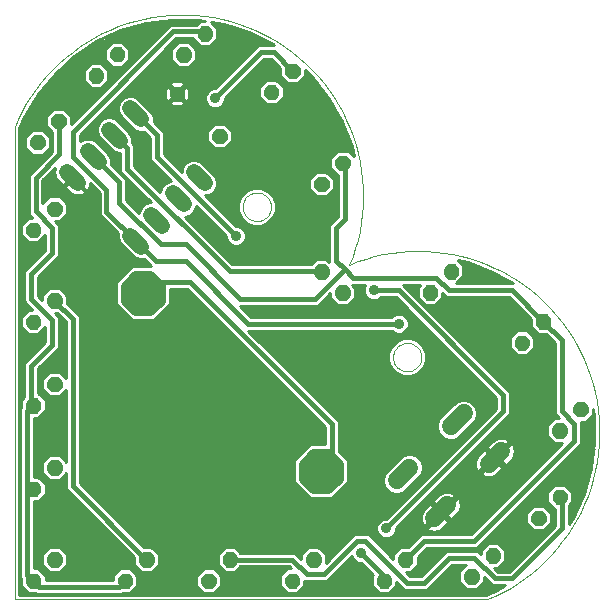
<source format=gtl>
G75*
G70*
%OFA0B0*%
%FSLAX24Y24*%
%IPPOS*%
%LPD*%
%AMOC8*
5,1,8,0,0,1.08239X$1,22.5*
%
%ADD10C,0.0000*%
%ADD11C,0.0104*%
%ADD12C,0.0520*%
%ADD13C,0.0600*%
%ADD14C,0.0300*%
%ADD15C,0.0100*%
%ADD16C,0.0357*%
%ADD17C,0.0160*%
D10*
X009756Y010038D02*
X009756Y025786D01*
X009873Y026053D01*
X010003Y026314D01*
X010146Y026569D01*
X010300Y026816D01*
X010467Y027055D01*
X010645Y027287D01*
X010833Y027509D01*
X011033Y027722D01*
X011242Y027925D01*
X011461Y028117D01*
X011689Y028299D01*
X011925Y028470D01*
X012170Y028629D01*
X012422Y028776D01*
X012680Y028911D01*
X012945Y029033D01*
X013216Y029142D01*
X013491Y029238D01*
X013771Y029320D01*
X014054Y029389D01*
X014340Y029444D01*
X014629Y029485D01*
X014919Y029513D01*
X015211Y029526D01*
X015502Y029525D01*
X015794Y029510D01*
X016084Y029481D01*
X016372Y029438D01*
X016658Y029381D01*
X016941Y029310D01*
X017220Y029226D01*
X017495Y029128D01*
X017765Y029017D01*
X018029Y028893D01*
X018286Y028757D01*
X018537Y028608D01*
X018781Y028448D01*
X019016Y028276D01*
X019243Y028092D01*
X019461Y027898D01*
X019669Y027694D01*
X019866Y027480D01*
X020054Y027256D01*
X020230Y027024D01*
X020395Y026783D01*
X020548Y026535D01*
X020689Y026280D01*
X020817Y026018D01*
X020933Y025750D01*
X021035Y025477D01*
X021125Y025200D01*
X021200Y024918D01*
X021262Y024633D01*
X021310Y024345D01*
X021345Y024056D01*
X021365Y023765D01*
X021371Y023473D01*
X021363Y023182D01*
X021341Y022891D01*
X021305Y022602D01*
X021255Y022314D01*
X021191Y022030D01*
X021113Y021749D01*
X021022Y021472D01*
X020918Y021199D01*
X022368Y018112D02*
X022370Y018155D01*
X022376Y018197D01*
X022386Y018239D01*
X022399Y018280D01*
X022416Y018320D01*
X022437Y018357D01*
X022461Y018393D01*
X022488Y018426D01*
X022518Y018457D01*
X022551Y018485D01*
X022586Y018510D01*
X022623Y018531D01*
X022662Y018549D01*
X022702Y018563D01*
X022744Y018574D01*
X022786Y018581D01*
X022829Y018584D01*
X022872Y018583D01*
X022915Y018578D01*
X022957Y018569D01*
X022998Y018557D01*
X023038Y018541D01*
X023076Y018521D01*
X023112Y018498D01*
X023146Y018471D01*
X023178Y018442D01*
X023206Y018410D01*
X023232Y018375D01*
X023254Y018339D01*
X023273Y018300D01*
X023288Y018260D01*
X023300Y018219D01*
X023308Y018176D01*
X023312Y018133D01*
X023312Y018091D01*
X023308Y018048D01*
X023300Y018005D01*
X023288Y017964D01*
X023273Y017924D01*
X023254Y017885D01*
X023232Y017849D01*
X023206Y017814D01*
X023178Y017782D01*
X023146Y017753D01*
X023112Y017726D01*
X023076Y017703D01*
X023038Y017683D01*
X022998Y017667D01*
X022957Y017655D01*
X022915Y017646D01*
X022872Y017641D01*
X022829Y017640D01*
X022786Y017643D01*
X022744Y017650D01*
X022702Y017661D01*
X022662Y017675D01*
X022623Y017693D01*
X022586Y017714D01*
X022551Y017739D01*
X022518Y017767D01*
X022488Y017798D01*
X022461Y017831D01*
X022437Y017867D01*
X022416Y017904D01*
X022399Y017944D01*
X022386Y017985D01*
X022376Y018027D01*
X022370Y018069D01*
X022368Y018112D01*
X020918Y021200D02*
X021190Y021304D01*
X021467Y021395D01*
X021748Y021473D01*
X022033Y021537D01*
X022320Y021587D01*
X022609Y021623D01*
X022900Y021645D01*
X023191Y021653D01*
X023483Y021647D01*
X023774Y021627D01*
X024063Y021592D01*
X024351Y021544D01*
X024636Y021482D01*
X024918Y021407D01*
X025195Y021317D01*
X025468Y021215D01*
X025736Y021099D01*
X025998Y020971D01*
X026253Y020830D01*
X026501Y020677D01*
X026742Y020512D01*
X026974Y020336D01*
X027198Y020148D01*
X027412Y019951D01*
X027616Y019743D01*
X027810Y019525D01*
X027994Y019298D01*
X028166Y019063D01*
X028326Y018819D01*
X028475Y018568D01*
X028611Y018311D01*
X028735Y018047D01*
X028846Y017777D01*
X028944Y017502D01*
X029028Y017223D01*
X029099Y016940D01*
X029156Y016654D01*
X029199Y016366D01*
X029228Y016076D01*
X029243Y015784D01*
X029244Y015493D01*
X029231Y015201D01*
X029203Y014911D01*
X029162Y014622D01*
X029107Y014336D01*
X029038Y014053D01*
X028956Y013773D01*
X028860Y013498D01*
X028751Y013227D01*
X028629Y012962D01*
X028494Y012704D01*
X028347Y012452D01*
X028188Y012207D01*
X028017Y011971D01*
X027835Y011743D01*
X027643Y011524D01*
X027440Y011315D01*
X027227Y011115D01*
X027005Y010927D01*
X026773Y010749D01*
X026534Y010582D01*
X026287Y010428D01*
X026032Y010285D01*
X025771Y010155D01*
X025504Y010038D01*
X009756Y010038D01*
X017357Y023123D02*
X017359Y023166D01*
X017365Y023208D01*
X017375Y023250D01*
X017388Y023291D01*
X017405Y023331D01*
X017426Y023368D01*
X017450Y023404D01*
X017477Y023437D01*
X017507Y023468D01*
X017540Y023496D01*
X017575Y023521D01*
X017612Y023542D01*
X017651Y023560D01*
X017691Y023574D01*
X017733Y023585D01*
X017775Y023592D01*
X017818Y023595D01*
X017861Y023594D01*
X017904Y023589D01*
X017946Y023580D01*
X017987Y023568D01*
X018027Y023552D01*
X018065Y023532D01*
X018101Y023509D01*
X018135Y023482D01*
X018167Y023453D01*
X018195Y023421D01*
X018221Y023386D01*
X018243Y023350D01*
X018262Y023311D01*
X018277Y023271D01*
X018289Y023230D01*
X018297Y023187D01*
X018301Y023144D01*
X018301Y023102D01*
X018297Y023059D01*
X018289Y023016D01*
X018277Y022975D01*
X018262Y022935D01*
X018243Y022896D01*
X018221Y022860D01*
X018195Y022825D01*
X018167Y022793D01*
X018135Y022764D01*
X018101Y022737D01*
X018065Y022714D01*
X018027Y022694D01*
X017987Y022678D01*
X017946Y022666D01*
X017904Y022657D01*
X017861Y022652D01*
X017818Y022651D01*
X017775Y022654D01*
X017733Y022661D01*
X017691Y022672D01*
X017651Y022686D01*
X017612Y022704D01*
X017575Y022725D01*
X017540Y022750D01*
X017507Y022778D01*
X017477Y022809D01*
X017450Y022842D01*
X017426Y022878D01*
X017405Y022915D01*
X017388Y022955D01*
X017375Y022996D01*
X017365Y023038D01*
X017359Y023080D01*
X017357Y023123D01*
D11*
X016554Y025633D02*
X016502Y025685D01*
X016674Y025685D01*
X016795Y025564D01*
X016795Y025392D01*
X016674Y025271D01*
X016502Y025271D01*
X016381Y025392D01*
X016381Y025564D01*
X016502Y025685D01*
X016534Y025607D01*
X016642Y025607D01*
X016717Y025532D01*
X016717Y025424D01*
X016642Y025349D01*
X016534Y025349D01*
X016459Y025424D01*
X016459Y025532D01*
X016534Y025607D01*
X016567Y025529D01*
X016609Y025529D01*
X016639Y025499D01*
X016639Y025457D01*
X016609Y025427D01*
X016567Y025427D01*
X016537Y025457D01*
X016537Y025499D01*
X016567Y025529D01*
X015140Y027047D02*
X015088Y027099D01*
X015260Y027099D01*
X015381Y026978D01*
X015381Y026806D01*
X015260Y026685D01*
X015088Y026685D01*
X014967Y026806D01*
X014967Y026978D01*
X015088Y027099D01*
X015120Y027021D01*
X015228Y027021D01*
X015303Y026946D01*
X015303Y026838D01*
X015228Y026763D01*
X015120Y026763D01*
X015045Y026838D01*
X015045Y026946D01*
X015120Y027021D01*
X015153Y026943D01*
X015195Y026943D01*
X015225Y026913D01*
X015225Y026871D01*
X015195Y026841D01*
X015153Y026841D01*
X015123Y026871D01*
X015123Y026913D01*
X015153Y026943D01*
X015233Y028164D02*
X015181Y028112D01*
X015181Y028284D01*
X015302Y028405D01*
X015474Y028405D01*
X015595Y028284D01*
X015595Y028112D01*
X015474Y027991D01*
X015302Y027991D01*
X015181Y028112D01*
X015259Y028144D01*
X015259Y028252D01*
X015334Y028327D01*
X015442Y028327D01*
X015517Y028252D01*
X015517Y028144D01*
X015442Y028069D01*
X015334Y028069D01*
X015259Y028144D01*
X015337Y028177D01*
X015337Y028219D01*
X015367Y028249D01*
X015409Y028249D01*
X015439Y028219D01*
X015439Y028177D01*
X015409Y028147D01*
X015367Y028147D01*
X015337Y028177D01*
X015940Y028871D02*
X015888Y028819D01*
X015888Y028991D01*
X016009Y029112D01*
X016181Y029112D01*
X016302Y028991D01*
X016302Y028819D01*
X016181Y028698D01*
X016009Y028698D01*
X015888Y028819D01*
X015966Y028851D01*
X015966Y028959D01*
X016041Y029034D01*
X016149Y029034D01*
X016224Y028959D01*
X016224Y028851D01*
X016149Y028776D01*
X016041Y028776D01*
X015966Y028851D01*
X016044Y028884D01*
X016044Y028926D01*
X016074Y028956D01*
X016116Y028956D01*
X016146Y028926D01*
X016146Y028884D01*
X016116Y028854D01*
X016074Y028854D01*
X016044Y028884D01*
X018156Y026911D02*
X018104Y026859D01*
X018104Y027031D01*
X018225Y027152D01*
X018397Y027152D01*
X018518Y027031D01*
X018518Y026859D01*
X018397Y026738D01*
X018225Y026738D01*
X018104Y026859D01*
X018182Y026891D01*
X018182Y026999D01*
X018257Y027074D01*
X018365Y027074D01*
X018440Y026999D01*
X018440Y026891D01*
X018365Y026816D01*
X018257Y026816D01*
X018182Y026891D01*
X018260Y026924D01*
X018260Y026966D01*
X018290Y026996D01*
X018332Y026996D01*
X018362Y026966D01*
X018362Y026924D01*
X018332Y026894D01*
X018290Y026894D01*
X018260Y026924D01*
X018863Y027618D02*
X018811Y027566D01*
X018811Y027738D01*
X018932Y027859D01*
X019104Y027859D01*
X019225Y027738D01*
X019225Y027566D01*
X019104Y027445D01*
X018932Y027445D01*
X018811Y027566D01*
X018889Y027598D01*
X018889Y027706D01*
X018964Y027781D01*
X019072Y027781D01*
X019147Y027706D01*
X019147Y027598D01*
X019072Y027523D01*
X018964Y027523D01*
X018889Y027598D01*
X018967Y027631D01*
X018967Y027673D01*
X018997Y027703D01*
X019039Y027703D01*
X019069Y027673D01*
X019069Y027631D01*
X019039Y027601D01*
X018997Y027601D01*
X018967Y027631D01*
X020534Y024556D02*
X020482Y024504D01*
X020482Y024676D01*
X020603Y024797D01*
X020775Y024797D01*
X020896Y024676D01*
X020896Y024504D01*
X020775Y024383D01*
X020603Y024383D01*
X020482Y024504D01*
X020560Y024536D01*
X020560Y024644D01*
X020635Y024719D01*
X020743Y024719D01*
X020818Y024644D01*
X020818Y024536D01*
X020743Y024461D01*
X020635Y024461D01*
X020560Y024536D01*
X020638Y024569D01*
X020638Y024611D01*
X020668Y024641D01*
X020710Y024641D01*
X020740Y024611D01*
X020740Y024569D01*
X020710Y024539D01*
X020668Y024539D01*
X020638Y024569D01*
X019826Y023849D02*
X019774Y023797D01*
X019774Y023969D01*
X019895Y024090D01*
X020067Y024090D01*
X020188Y023969D01*
X020188Y023797D01*
X020067Y023676D01*
X019895Y023676D01*
X019774Y023797D01*
X019852Y023829D01*
X019852Y023937D01*
X019927Y024012D01*
X020035Y024012D01*
X020110Y023937D01*
X020110Y023829D01*
X020035Y023754D01*
X019927Y023754D01*
X019852Y023829D01*
X019930Y023862D01*
X019930Y023904D01*
X019960Y023934D01*
X020002Y023934D01*
X020032Y023904D01*
X020032Y023862D01*
X020002Y023832D01*
X019960Y023832D01*
X019930Y023862D01*
X020015Y020816D02*
X020067Y020764D01*
X019895Y020764D01*
X019774Y020885D01*
X019774Y021057D01*
X019895Y021178D01*
X020067Y021178D01*
X020188Y021057D01*
X020188Y020885D01*
X020067Y020764D01*
X020035Y020842D01*
X019927Y020842D01*
X019852Y020917D01*
X019852Y021025D01*
X019927Y021100D01*
X020035Y021100D01*
X020110Y021025D01*
X020110Y020917D01*
X020035Y020842D01*
X020002Y020920D01*
X019960Y020920D01*
X019930Y020950D01*
X019930Y020992D01*
X019960Y021022D01*
X020002Y021022D01*
X020032Y020992D01*
X020032Y020950D01*
X020002Y020920D01*
X020723Y020109D02*
X020775Y020057D01*
X020603Y020057D01*
X020482Y020178D01*
X020482Y020350D01*
X020603Y020471D01*
X020775Y020471D01*
X020896Y020350D01*
X020896Y020178D01*
X020775Y020057D01*
X020743Y020135D01*
X020635Y020135D01*
X020560Y020210D01*
X020560Y020318D01*
X020635Y020393D01*
X020743Y020393D01*
X020818Y020318D01*
X020818Y020210D01*
X020743Y020135D01*
X020710Y020213D01*
X020668Y020213D01*
X020638Y020243D01*
X020638Y020285D01*
X020668Y020315D01*
X020710Y020315D01*
X020740Y020285D01*
X020740Y020243D01*
X020710Y020213D01*
X023445Y020230D02*
X023393Y020178D01*
X023393Y020350D01*
X023514Y020471D01*
X023686Y020471D01*
X023807Y020350D01*
X023807Y020178D01*
X023686Y020057D01*
X023514Y020057D01*
X023393Y020178D01*
X023471Y020210D01*
X023471Y020318D01*
X023546Y020393D01*
X023654Y020393D01*
X023729Y020318D01*
X023729Y020210D01*
X023654Y020135D01*
X023546Y020135D01*
X023471Y020210D01*
X023549Y020243D01*
X023549Y020285D01*
X023579Y020315D01*
X023621Y020315D01*
X023651Y020285D01*
X023651Y020243D01*
X023621Y020213D01*
X023579Y020213D01*
X023549Y020243D01*
X024153Y020937D02*
X024101Y020885D01*
X024101Y021057D01*
X024222Y021178D01*
X024394Y021178D01*
X024515Y021057D01*
X024515Y020885D01*
X024394Y020764D01*
X024222Y020764D01*
X024101Y020885D01*
X024179Y020917D01*
X024179Y021025D01*
X024254Y021100D01*
X024362Y021100D01*
X024437Y021025D01*
X024437Y020917D01*
X024362Y020842D01*
X024254Y020842D01*
X024179Y020917D01*
X024257Y020950D01*
X024257Y020992D01*
X024287Y021022D01*
X024329Y021022D01*
X024359Y020992D01*
X024359Y020950D01*
X024329Y020920D01*
X024287Y020920D01*
X024257Y020950D01*
X026508Y018559D02*
X026456Y018507D01*
X026456Y018679D01*
X026577Y018800D01*
X026749Y018800D01*
X026870Y018679D01*
X026870Y018507D01*
X026749Y018386D01*
X026577Y018386D01*
X026456Y018507D01*
X026534Y018539D01*
X026534Y018647D01*
X026609Y018722D01*
X026717Y018722D01*
X026792Y018647D01*
X026792Y018539D01*
X026717Y018464D01*
X026609Y018464D01*
X026534Y018539D01*
X026612Y018572D01*
X026612Y018614D01*
X026642Y018644D01*
X026684Y018644D01*
X026714Y018614D01*
X026714Y018572D01*
X026684Y018542D01*
X026642Y018542D01*
X026612Y018572D01*
X027215Y019266D02*
X027163Y019214D01*
X027163Y019386D01*
X027284Y019507D01*
X027456Y019507D01*
X027577Y019386D01*
X027577Y019214D01*
X027456Y019093D01*
X027284Y019093D01*
X027163Y019214D01*
X027241Y019246D01*
X027241Y019354D01*
X027316Y019429D01*
X027424Y019429D01*
X027499Y019354D01*
X027499Y019246D01*
X027424Y019171D01*
X027316Y019171D01*
X027241Y019246D01*
X027319Y019279D01*
X027319Y019321D01*
X027349Y019351D01*
X027391Y019351D01*
X027421Y019321D01*
X027421Y019279D01*
X027391Y019249D01*
X027349Y019249D01*
X027319Y019279D01*
X028468Y016343D02*
X028416Y016291D01*
X028416Y016463D01*
X028537Y016584D01*
X028709Y016584D01*
X028830Y016463D01*
X028830Y016291D01*
X028709Y016170D01*
X028537Y016170D01*
X028416Y016291D01*
X028494Y016323D01*
X028494Y016431D01*
X028569Y016506D01*
X028677Y016506D01*
X028752Y016431D01*
X028752Y016323D01*
X028677Y016248D01*
X028569Y016248D01*
X028494Y016323D01*
X028572Y016356D01*
X028572Y016398D01*
X028602Y016428D01*
X028644Y016428D01*
X028674Y016398D01*
X028674Y016356D01*
X028644Y016326D01*
X028602Y016326D01*
X028572Y016356D01*
X027760Y015636D02*
X027708Y015584D01*
X027708Y015756D01*
X027829Y015877D01*
X028001Y015877D01*
X028122Y015756D01*
X028122Y015584D01*
X028001Y015463D01*
X027829Y015463D01*
X027708Y015584D01*
X027786Y015616D01*
X027786Y015724D01*
X027861Y015799D01*
X027969Y015799D01*
X028044Y015724D01*
X028044Y015616D01*
X027969Y015541D01*
X027861Y015541D01*
X027786Y015616D01*
X027864Y015649D01*
X027864Y015691D01*
X027894Y015721D01*
X027936Y015721D01*
X027966Y015691D01*
X027966Y015649D01*
X027936Y015619D01*
X027894Y015619D01*
X027864Y015649D01*
X027772Y013420D02*
X027720Y013368D01*
X027720Y013540D01*
X027841Y013661D01*
X028013Y013661D01*
X028134Y013540D01*
X028134Y013368D01*
X028013Y013247D01*
X027841Y013247D01*
X027720Y013368D01*
X027798Y013400D01*
X027798Y013508D01*
X027873Y013583D01*
X027981Y013583D01*
X028056Y013508D01*
X028056Y013400D01*
X027981Y013325D01*
X027873Y013325D01*
X027798Y013400D01*
X027876Y013433D01*
X027876Y013475D01*
X027906Y013505D01*
X027948Y013505D01*
X027978Y013475D01*
X027978Y013433D01*
X027948Y013403D01*
X027906Y013403D01*
X027876Y013433D01*
X027064Y012713D02*
X027012Y012661D01*
X027012Y012833D01*
X027133Y012954D01*
X027305Y012954D01*
X027426Y012833D01*
X027426Y012661D01*
X027305Y012540D01*
X027133Y012540D01*
X027012Y012661D01*
X027090Y012693D01*
X027090Y012801D01*
X027165Y012876D01*
X027273Y012876D01*
X027348Y012801D01*
X027348Y012693D01*
X027273Y012618D01*
X027165Y012618D01*
X027090Y012693D01*
X027168Y012726D01*
X027168Y012768D01*
X027198Y012798D01*
X027240Y012798D01*
X027270Y012768D01*
X027270Y012726D01*
X027240Y012696D01*
X027198Y012696D01*
X027168Y012726D01*
X025544Y011472D02*
X025492Y011420D01*
X025492Y011592D01*
X025613Y011713D01*
X025785Y011713D01*
X025906Y011592D01*
X025906Y011420D01*
X025785Y011299D01*
X025613Y011299D01*
X025492Y011420D01*
X025570Y011452D01*
X025570Y011560D01*
X025645Y011635D01*
X025753Y011635D01*
X025828Y011560D01*
X025828Y011452D01*
X025753Y011377D01*
X025645Y011377D01*
X025570Y011452D01*
X025648Y011485D01*
X025648Y011527D01*
X025678Y011557D01*
X025720Y011557D01*
X025750Y011527D01*
X025750Y011485D01*
X025720Y011455D01*
X025678Y011455D01*
X025648Y011485D01*
X024837Y010764D02*
X024785Y010712D01*
X024785Y010884D01*
X024906Y011005D01*
X025078Y011005D01*
X025199Y010884D01*
X025199Y010712D01*
X025078Y010591D01*
X024906Y010591D01*
X024785Y010712D01*
X024863Y010744D01*
X024863Y010852D01*
X024938Y010927D01*
X025046Y010927D01*
X025121Y010852D01*
X025121Y010744D01*
X025046Y010669D01*
X024938Y010669D01*
X024863Y010744D01*
X024941Y010777D01*
X024941Y010819D01*
X024971Y010849D01*
X025013Y010849D01*
X025043Y010819D01*
X025043Y010777D01*
X025013Y010747D01*
X024971Y010747D01*
X024941Y010777D01*
X022621Y011332D02*
X022569Y011280D01*
X022569Y011452D01*
X022690Y011573D01*
X022862Y011573D01*
X022983Y011452D01*
X022983Y011280D01*
X022862Y011159D01*
X022690Y011159D01*
X022569Y011280D01*
X022647Y011312D01*
X022647Y011420D01*
X022722Y011495D01*
X022830Y011495D01*
X022905Y011420D01*
X022905Y011312D01*
X022830Y011237D01*
X022722Y011237D01*
X022647Y011312D01*
X022725Y011345D01*
X022725Y011387D01*
X022755Y011417D01*
X022797Y011417D01*
X022827Y011387D01*
X022827Y011345D01*
X022797Y011315D01*
X022755Y011315D01*
X022725Y011345D01*
X021914Y010625D02*
X021862Y010573D01*
X021862Y010745D01*
X021983Y010866D01*
X022155Y010866D01*
X022276Y010745D01*
X022276Y010573D01*
X022155Y010452D01*
X021983Y010452D01*
X021862Y010573D01*
X021940Y010605D01*
X021940Y010713D01*
X022015Y010788D01*
X022123Y010788D01*
X022198Y010713D01*
X022198Y010605D01*
X022123Y010530D01*
X022015Y010530D01*
X021940Y010605D01*
X022018Y010638D01*
X022018Y010680D01*
X022048Y010710D01*
X022090Y010710D01*
X022120Y010680D01*
X022120Y010638D01*
X022090Y010608D01*
X022048Y010608D01*
X022018Y010638D01*
X019559Y011332D02*
X019507Y011280D01*
X019507Y011452D01*
X019628Y011573D01*
X019800Y011573D01*
X019921Y011452D01*
X019921Y011280D01*
X019800Y011159D01*
X019628Y011159D01*
X019507Y011280D01*
X019585Y011312D01*
X019585Y011420D01*
X019660Y011495D01*
X019768Y011495D01*
X019843Y011420D01*
X019843Y011312D01*
X019768Y011237D01*
X019660Y011237D01*
X019585Y011312D01*
X019663Y011345D01*
X019663Y011387D01*
X019693Y011417D01*
X019735Y011417D01*
X019765Y011387D01*
X019765Y011345D01*
X019735Y011315D01*
X019693Y011315D01*
X019663Y011345D01*
X018852Y010625D02*
X018800Y010573D01*
X018800Y010745D01*
X018921Y010866D01*
X019093Y010866D01*
X019214Y010745D01*
X019214Y010573D01*
X019093Y010452D01*
X018921Y010452D01*
X018800Y010573D01*
X018878Y010605D01*
X018878Y010713D01*
X018953Y010788D01*
X019061Y010788D01*
X019136Y010713D01*
X019136Y010605D01*
X019061Y010530D01*
X018953Y010530D01*
X018878Y010605D01*
X018956Y010638D01*
X018956Y010680D01*
X018986Y010710D01*
X019028Y010710D01*
X019058Y010680D01*
X019058Y010638D01*
X019028Y010608D01*
X018986Y010608D01*
X018956Y010638D01*
X016775Y011332D02*
X016723Y011280D01*
X016723Y011452D01*
X016844Y011573D01*
X017016Y011573D01*
X017137Y011452D01*
X017137Y011280D01*
X017016Y011159D01*
X016844Y011159D01*
X016723Y011280D01*
X016801Y011312D01*
X016801Y011420D01*
X016876Y011495D01*
X016984Y011495D01*
X017059Y011420D01*
X017059Y011312D01*
X016984Y011237D01*
X016876Y011237D01*
X016801Y011312D01*
X016879Y011345D01*
X016879Y011387D01*
X016909Y011417D01*
X016951Y011417D01*
X016981Y011387D01*
X016981Y011345D01*
X016951Y011315D01*
X016909Y011315D01*
X016879Y011345D01*
X016068Y010625D02*
X016016Y010573D01*
X016016Y010745D01*
X016137Y010866D01*
X016309Y010866D01*
X016430Y010745D01*
X016430Y010573D01*
X016309Y010452D01*
X016137Y010452D01*
X016016Y010573D01*
X016094Y010605D01*
X016094Y010713D01*
X016169Y010788D01*
X016277Y010788D01*
X016352Y010713D01*
X016352Y010605D01*
X016277Y010530D01*
X016169Y010530D01*
X016094Y010605D01*
X016172Y010638D01*
X016172Y010680D01*
X016202Y010710D01*
X016244Y010710D01*
X016274Y010680D01*
X016274Y010638D01*
X016244Y010608D01*
X016202Y010608D01*
X016172Y010638D01*
X013991Y011332D02*
X013939Y011280D01*
X013939Y011452D01*
X014060Y011573D01*
X014232Y011573D01*
X014353Y011452D01*
X014353Y011280D01*
X014232Y011159D01*
X014060Y011159D01*
X013939Y011280D01*
X014017Y011312D01*
X014017Y011420D01*
X014092Y011495D01*
X014200Y011495D01*
X014275Y011420D01*
X014275Y011312D01*
X014200Y011237D01*
X014092Y011237D01*
X014017Y011312D01*
X014095Y011345D01*
X014095Y011387D01*
X014125Y011417D01*
X014167Y011417D01*
X014197Y011387D01*
X014197Y011345D01*
X014167Y011315D01*
X014125Y011315D01*
X014095Y011345D01*
X013284Y010625D02*
X013232Y010573D01*
X013232Y010745D01*
X013353Y010866D01*
X013525Y010866D01*
X013646Y010745D01*
X013646Y010573D01*
X013525Y010452D01*
X013353Y010452D01*
X013232Y010573D01*
X013310Y010605D01*
X013310Y010713D01*
X013385Y010788D01*
X013493Y010788D01*
X013568Y010713D01*
X013568Y010605D01*
X013493Y010530D01*
X013385Y010530D01*
X013310Y010605D01*
X013388Y010638D01*
X013388Y010680D01*
X013418Y010710D01*
X013460Y010710D01*
X013490Y010680D01*
X013490Y010638D01*
X013460Y010608D01*
X013418Y010608D01*
X013388Y010638D01*
X010929Y011332D02*
X010877Y011280D01*
X010877Y011452D01*
X010998Y011573D01*
X011170Y011573D01*
X011291Y011452D01*
X011291Y011280D01*
X011170Y011159D01*
X010998Y011159D01*
X010877Y011280D01*
X010955Y011312D01*
X010955Y011420D01*
X011030Y011495D01*
X011138Y011495D01*
X011213Y011420D01*
X011213Y011312D01*
X011138Y011237D01*
X011030Y011237D01*
X010955Y011312D01*
X011033Y011345D01*
X011033Y011387D01*
X011063Y011417D01*
X011105Y011417D01*
X011135Y011387D01*
X011135Y011345D01*
X011105Y011315D01*
X011063Y011315D01*
X011033Y011345D01*
X010222Y010625D02*
X010170Y010573D01*
X010170Y010745D01*
X010291Y010866D01*
X010463Y010866D01*
X010584Y010745D01*
X010584Y010573D01*
X010463Y010452D01*
X010291Y010452D01*
X010170Y010573D01*
X010248Y010605D01*
X010248Y010713D01*
X010323Y010788D01*
X010431Y010788D01*
X010506Y010713D01*
X010506Y010605D01*
X010431Y010530D01*
X010323Y010530D01*
X010248Y010605D01*
X010326Y010638D01*
X010326Y010680D01*
X010356Y010710D01*
X010398Y010710D01*
X010428Y010680D01*
X010428Y010638D01*
X010398Y010608D01*
X010356Y010608D01*
X010326Y010638D01*
X010222Y013687D02*
X010170Y013635D01*
X010170Y013807D01*
X010291Y013928D01*
X010463Y013928D01*
X010584Y013807D01*
X010584Y013635D01*
X010463Y013514D01*
X010291Y013514D01*
X010170Y013635D01*
X010248Y013667D01*
X010248Y013775D01*
X010323Y013850D01*
X010431Y013850D01*
X010506Y013775D01*
X010506Y013667D01*
X010431Y013592D01*
X010323Y013592D01*
X010248Y013667D01*
X010326Y013700D01*
X010326Y013742D01*
X010356Y013772D01*
X010398Y013772D01*
X010428Y013742D01*
X010428Y013700D01*
X010398Y013670D01*
X010356Y013670D01*
X010326Y013700D01*
X010929Y014395D02*
X010877Y014343D01*
X010877Y014515D01*
X010998Y014636D01*
X011170Y014636D01*
X011291Y014515D01*
X011291Y014343D01*
X011170Y014222D01*
X010998Y014222D01*
X010877Y014343D01*
X010955Y014375D01*
X010955Y014483D01*
X011030Y014558D01*
X011138Y014558D01*
X011213Y014483D01*
X011213Y014375D01*
X011138Y014300D01*
X011030Y014300D01*
X010955Y014375D01*
X011033Y014408D01*
X011033Y014450D01*
X011063Y014480D01*
X011105Y014480D01*
X011135Y014450D01*
X011135Y014408D01*
X011105Y014378D01*
X011063Y014378D01*
X011033Y014408D01*
X010222Y016471D02*
X010170Y016419D01*
X010170Y016591D01*
X010291Y016712D01*
X010463Y016712D01*
X010584Y016591D01*
X010584Y016419D01*
X010463Y016298D01*
X010291Y016298D01*
X010170Y016419D01*
X010248Y016451D01*
X010248Y016559D01*
X010323Y016634D01*
X010431Y016634D01*
X010506Y016559D01*
X010506Y016451D01*
X010431Y016376D01*
X010323Y016376D01*
X010248Y016451D01*
X010326Y016484D01*
X010326Y016526D01*
X010356Y016556D01*
X010398Y016556D01*
X010428Y016526D01*
X010428Y016484D01*
X010398Y016454D01*
X010356Y016454D01*
X010326Y016484D01*
X010929Y017178D02*
X010877Y017126D01*
X010877Y017298D01*
X010998Y017419D01*
X011170Y017419D01*
X011291Y017298D01*
X011291Y017126D01*
X011170Y017005D01*
X010998Y017005D01*
X010877Y017126D01*
X010955Y017158D01*
X010955Y017266D01*
X011030Y017341D01*
X011138Y017341D01*
X011213Y017266D01*
X011213Y017158D01*
X011138Y017083D01*
X011030Y017083D01*
X010955Y017158D01*
X011033Y017191D01*
X011033Y017233D01*
X011063Y017263D01*
X011105Y017263D01*
X011135Y017233D01*
X011135Y017191D01*
X011105Y017161D01*
X011063Y017161D01*
X011033Y017191D01*
X010222Y019255D02*
X010170Y019203D01*
X010170Y019375D01*
X010291Y019496D01*
X010463Y019496D01*
X010584Y019375D01*
X010584Y019203D01*
X010463Y019082D01*
X010291Y019082D01*
X010170Y019203D01*
X010248Y019235D01*
X010248Y019343D01*
X010323Y019418D01*
X010431Y019418D01*
X010506Y019343D01*
X010506Y019235D01*
X010431Y019160D01*
X010323Y019160D01*
X010248Y019235D01*
X010326Y019268D01*
X010326Y019310D01*
X010356Y019340D01*
X010398Y019340D01*
X010428Y019310D01*
X010428Y019268D01*
X010398Y019238D01*
X010356Y019238D01*
X010326Y019268D01*
X010929Y019962D02*
X010877Y019910D01*
X010877Y020082D01*
X010998Y020203D01*
X011170Y020203D01*
X011291Y020082D01*
X011291Y019910D01*
X011170Y019789D01*
X010998Y019789D01*
X010877Y019910D01*
X010955Y019942D01*
X010955Y020050D01*
X011030Y020125D01*
X011138Y020125D01*
X011213Y020050D01*
X011213Y019942D01*
X011138Y019867D01*
X011030Y019867D01*
X010955Y019942D01*
X011033Y019975D01*
X011033Y020017D01*
X011063Y020047D01*
X011105Y020047D01*
X011135Y020017D01*
X011135Y019975D01*
X011105Y019945D01*
X011063Y019945D01*
X011033Y019975D01*
X010222Y022317D02*
X010170Y022265D01*
X010170Y022437D01*
X010291Y022558D01*
X010463Y022558D01*
X010584Y022437D01*
X010584Y022265D01*
X010463Y022144D01*
X010291Y022144D01*
X010170Y022265D01*
X010248Y022297D01*
X010248Y022405D01*
X010323Y022480D01*
X010431Y022480D01*
X010506Y022405D01*
X010506Y022297D01*
X010431Y022222D01*
X010323Y022222D01*
X010248Y022297D01*
X010326Y022330D01*
X010326Y022372D01*
X010356Y022402D01*
X010398Y022402D01*
X010428Y022372D01*
X010428Y022330D01*
X010398Y022300D01*
X010356Y022300D01*
X010326Y022330D01*
X010929Y023025D02*
X010877Y022973D01*
X010877Y023145D01*
X010998Y023266D01*
X011170Y023266D01*
X011291Y023145D01*
X011291Y022973D01*
X011170Y022852D01*
X010998Y022852D01*
X010877Y022973D01*
X010955Y023005D01*
X010955Y023113D01*
X011030Y023188D01*
X011138Y023188D01*
X011213Y023113D01*
X011213Y023005D01*
X011138Y022930D01*
X011030Y022930D01*
X010955Y023005D01*
X011033Y023038D01*
X011033Y023080D01*
X011063Y023110D01*
X011105Y023110D01*
X011135Y023080D01*
X011135Y023038D01*
X011105Y023008D01*
X011063Y023008D01*
X011033Y023038D01*
X010361Y025241D02*
X010309Y025189D01*
X010309Y025361D01*
X010430Y025482D01*
X010602Y025482D01*
X010723Y025361D01*
X010723Y025189D01*
X010602Y025068D01*
X010430Y025068D01*
X010309Y025189D01*
X010387Y025221D01*
X010387Y025329D01*
X010462Y025404D01*
X010570Y025404D01*
X010645Y025329D01*
X010645Y025221D01*
X010570Y025146D01*
X010462Y025146D01*
X010387Y025221D01*
X010465Y025254D01*
X010465Y025296D01*
X010495Y025326D01*
X010537Y025326D01*
X010567Y025296D01*
X010567Y025254D01*
X010537Y025224D01*
X010495Y025224D01*
X010465Y025254D01*
X011068Y025948D02*
X011016Y025896D01*
X011016Y026068D01*
X011137Y026189D01*
X011309Y026189D01*
X011430Y026068D01*
X011430Y025896D01*
X011309Y025775D01*
X011137Y025775D01*
X011016Y025896D01*
X011094Y025928D01*
X011094Y026036D01*
X011169Y026111D01*
X011277Y026111D01*
X011352Y026036D01*
X011352Y025928D01*
X011277Y025853D01*
X011169Y025853D01*
X011094Y025928D01*
X011172Y025961D01*
X011172Y026003D01*
X011202Y026033D01*
X011244Y026033D01*
X011274Y026003D01*
X011274Y025961D01*
X011244Y025931D01*
X011202Y025931D01*
X011172Y025961D01*
X012310Y027468D02*
X012258Y027416D01*
X012258Y027588D01*
X012379Y027709D01*
X012551Y027709D01*
X012672Y027588D01*
X012672Y027416D01*
X012551Y027295D01*
X012379Y027295D01*
X012258Y027416D01*
X012336Y027448D01*
X012336Y027556D01*
X012411Y027631D01*
X012519Y027631D01*
X012594Y027556D01*
X012594Y027448D01*
X012519Y027373D01*
X012411Y027373D01*
X012336Y027448D01*
X012414Y027481D01*
X012414Y027523D01*
X012444Y027553D01*
X012486Y027553D01*
X012516Y027523D01*
X012516Y027481D01*
X012486Y027451D01*
X012444Y027451D01*
X012414Y027481D01*
X013017Y028175D02*
X012965Y028123D01*
X012965Y028295D01*
X013086Y028416D01*
X013258Y028416D01*
X013379Y028295D01*
X013379Y028123D01*
X013258Y028002D01*
X013086Y028002D01*
X012965Y028123D01*
X013043Y028155D01*
X013043Y028263D01*
X013118Y028338D01*
X013226Y028338D01*
X013301Y028263D01*
X013301Y028155D01*
X013226Y028080D01*
X013118Y028080D01*
X013043Y028155D01*
X013121Y028188D01*
X013121Y028230D01*
X013151Y028260D01*
X013193Y028260D01*
X013223Y028230D01*
X013223Y028188D01*
X013193Y028158D01*
X013151Y028158D01*
X013121Y028188D01*
D12*
X013609Y026402D02*
X013977Y026034D01*
X013270Y025327D02*
X012902Y025695D01*
X012195Y024988D02*
X012562Y024620D01*
X011855Y023913D02*
X011488Y024281D01*
X013609Y022159D02*
X013977Y021792D01*
X014684Y022499D02*
X014316Y022867D01*
X015023Y023574D02*
X015391Y023206D01*
X016098Y023913D02*
X015730Y024281D01*
D13*
X024296Y015815D02*
X024720Y016239D01*
X025979Y014981D02*
X025555Y014556D01*
X024169Y013170D02*
X023744Y012746D01*
X022486Y014005D02*
X022910Y014429D01*
D14*
X020062Y013858D02*
X020212Y013708D01*
X019716Y013708D01*
X019365Y014059D01*
X019365Y014555D01*
X019716Y014906D01*
X020212Y014906D01*
X020563Y014555D01*
X020563Y014059D01*
X020212Y013708D01*
X020119Y013933D01*
X019809Y013933D01*
X019590Y014152D01*
X019590Y014462D01*
X019809Y014681D01*
X020119Y014681D01*
X020338Y014462D01*
X020338Y014152D01*
X020119Y013933D01*
X020026Y014158D01*
X019902Y014158D01*
X019815Y014245D01*
X019815Y014369D01*
X019902Y014456D01*
X020026Y014456D01*
X020113Y014369D01*
X020113Y014245D01*
X020026Y014158D01*
X014122Y019797D02*
X014272Y019647D01*
X013776Y019647D01*
X013425Y019998D01*
X013425Y020494D01*
X013776Y020845D01*
X014272Y020845D01*
X014623Y020494D01*
X014623Y019998D01*
X014272Y019647D01*
X014179Y019872D01*
X013869Y019872D01*
X013650Y020091D01*
X013650Y020401D01*
X013869Y020620D01*
X014179Y020620D01*
X014398Y020401D01*
X014398Y020091D01*
X014179Y019872D01*
X014086Y020097D01*
X013962Y020097D01*
X013875Y020184D01*
X013875Y020308D01*
X013962Y020395D01*
X014086Y020395D01*
X014173Y020308D01*
X014173Y020184D01*
X014086Y020097D01*
D15*
X014648Y019597D02*
X016297Y019597D01*
X016199Y019696D02*
X014746Y019696D01*
X014845Y019794D02*
X016100Y019794D01*
X016001Y019893D02*
X014924Y019893D01*
X014924Y019874D02*
X014924Y020387D01*
X015507Y020387D01*
X020105Y015789D01*
X020105Y015207D01*
X019591Y015207D01*
X019064Y014679D01*
X019064Y013934D01*
X019591Y013407D01*
X020337Y013407D01*
X020864Y013934D01*
X020864Y014679D01*
X020565Y014979D01*
X020565Y015980D01*
X020430Y016115D01*
X017549Y018995D01*
X017646Y018995D01*
X022328Y018995D01*
X022376Y018947D01*
X022497Y018897D01*
X022627Y018897D01*
X022748Y018947D01*
X022840Y019039D01*
X022890Y019160D01*
X022890Y019291D01*
X022840Y019411D01*
X022748Y019504D01*
X022627Y019554D01*
X022497Y019554D01*
X022376Y019504D01*
X022328Y019455D01*
X017646Y019455D01*
X017271Y019830D01*
X019683Y019830D01*
X019873Y019830D01*
X020279Y020236D01*
X020279Y020094D01*
X020519Y019854D01*
X020858Y019854D01*
X021098Y020094D01*
X021098Y020433D01*
X021005Y020526D01*
X021126Y020526D01*
X021450Y020526D01*
X021448Y020525D01*
X021398Y020404D01*
X021398Y020273D01*
X021448Y020153D01*
X021541Y020060D01*
X021662Y020010D01*
X021792Y020010D01*
X021913Y020060D01*
X021961Y020109D01*
X022467Y020109D01*
X025812Y016764D01*
X025812Y016397D01*
X022148Y012733D01*
X022079Y012733D01*
X021958Y012683D01*
X021866Y012591D01*
X021816Y012470D01*
X021816Y012339D01*
X021866Y012219D01*
X021958Y012126D01*
X022079Y012076D01*
X022210Y012076D01*
X022331Y012126D01*
X022423Y012219D01*
X022473Y012339D01*
X022473Y012408D01*
X026272Y016207D01*
X026272Y016397D01*
X026272Y016954D01*
X026137Y017089D01*
X022700Y020526D01*
X023284Y020526D01*
X023190Y020433D01*
X023190Y020094D01*
X023431Y019854D01*
X023770Y019854D01*
X024010Y020094D01*
X024010Y020236D01*
X024137Y020109D01*
X024328Y020109D01*
X026236Y020109D01*
X026960Y019385D01*
X026960Y019131D01*
X027200Y018890D01*
X027455Y018890D01*
X027761Y018584D01*
X027761Y016397D01*
X027761Y016207D01*
X027887Y016080D01*
X027746Y016080D01*
X027506Y015840D01*
X027506Y015500D01*
X027746Y015260D01*
X028015Y015260D01*
X024972Y012217D01*
X023492Y012217D01*
X023302Y012217D01*
X022861Y011776D01*
X022607Y011776D01*
X022366Y011536D01*
X022366Y011394D01*
X021555Y012206D01*
X021544Y012217D01*
X021265Y012217D01*
X021075Y012217D01*
X020124Y011266D01*
X020124Y011536D01*
X019884Y011776D01*
X019544Y011776D01*
X019304Y011536D01*
X019304Y011394D01*
X019107Y011592D01*
X019102Y011596D01*
X017280Y011596D01*
X017100Y011776D01*
X016760Y011776D01*
X016520Y011536D01*
X016520Y011196D01*
X016760Y010956D01*
X017100Y010956D01*
X017280Y011136D01*
X018912Y011136D01*
X018979Y011069D01*
X018837Y011069D01*
X018597Y010829D01*
X018597Y010489D01*
X018837Y010249D01*
X019177Y010249D01*
X019417Y010489D01*
X019417Y010644D01*
X019595Y010644D01*
X020152Y010644D01*
X020287Y010778D01*
X020990Y011482D01*
X021031Y011383D01*
X021123Y011291D01*
X021244Y011241D01*
X021312Y011241D01*
X021692Y010862D01*
X021659Y010829D01*
X021659Y010489D01*
X021899Y010249D01*
X022239Y010249D01*
X022479Y010489D01*
X022479Y010631D01*
X022745Y010365D01*
X022936Y010365D01*
X023492Y010365D01*
X023627Y010500D01*
X024328Y011200D01*
X024815Y011200D01*
X024582Y010968D01*
X024582Y010629D01*
X024823Y010388D01*
X025162Y010388D01*
X025402Y010629D01*
X025402Y010770D01*
X025668Y010504D01*
X025859Y010504D01*
X026090Y010504D01*
X025848Y010359D01*
X025472Y010188D01*
X009906Y010188D01*
X009906Y025754D01*
X010077Y026130D01*
X010529Y026884D01*
X011088Y027563D01*
X011742Y028151D01*
X012476Y028635D01*
X013275Y029003D01*
X014119Y029249D01*
X014991Y029366D01*
X015870Y029352D01*
X016096Y029315D01*
X015925Y029315D01*
X015809Y029199D01*
X015141Y029199D01*
X014950Y029199D01*
X011633Y025882D01*
X011633Y026151D01*
X011393Y026392D01*
X011053Y026392D01*
X010813Y026151D01*
X010813Y025812D01*
X010993Y025632D01*
X010993Y024963D01*
X010222Y024192D01*
X010222Y024002D01*
X010222Y022888D01*
X010349Y022761D01*
X010207Y022761D01*
X009967Y022521D01*
X009967Y022182D01*
X010207Y021942D01*
X010547Y021942D01*
X010779Y022174D01*
X010779Y021687D01*
X010083Y020991D01*
X010083Y020800D01*
X010083Y019965D01*
X010089Y019959D01*
X010349Y019699D01*
X010207Y019699D01*
X009967Y019459D01*
X009967Y019119D01*
X010207Y018879D01*
X010547Y018879D01*
X010779Y019111D01*
X010779Y018624D01*
X010083Y017929D01*
X010083Y017738D01*
X010083Y016791D01*
X009967Y016675D01*
X009967Y016421D01*
X009944Y016397D01*
X009944Y013753D01*
X009944Y010767D01*
X009967Y010744D01*
X009967Y010489D01*
X010207Y010249D01*
X010462Y010249D01*
X010485Y010226D01*
X013331Y010226D01*
X013355Y010249D01*
X013609Y010249D01*
X013849Y010489D01*
X013849Y010829D01*
X013609Y011069D01*
X013269Y011069D01*
X013029Y010829D01*
X013029Y010686D01*
X010787Y010686D01*
X010787Y010829D01*
X010547Y011069D01*
X010404Y011069D01*
X010404Y013311D01*
X010547Y013311D01*
X010787Y013552D01*
X010787Y013891D01*
X010547Y014131D01*
X010404Y014131D01*
X010404Y016095D01*
X010547Y016095D01*
X010787Y016336D01*
X010787Y016675D01*
X010547Y016915D01*
X010543Y016915D01*
X010543Y017738D01*
X011233Y018428D01*
X011239Y018434D01*
X011239Y019269D01*
X011239Y019460D01*
X011112Y019586D01*
X011169Y019586D01*
X011475Y019280D01*
X011475Y017401D01*
X011254Y017622D01*
X010914Y017622D01*
X010674Y017382D01*
X010674Y017043D01*
X010914Y016803D01*
X011254Y016803D01*
X011475Y017024D01*
X011475Y014617D01*
X011254Y014839D01*
X010914Y014839D01*
X010674Y014598D01*
X010674Y014259D01*
X010914Y014019D01*
X011254Y014019D01*
X011475Y014240D01*
X011475Y013713D01*
X011550Y013638D01*
X013736Y011451D01*
X013736Y011196D01*
X013977Y010956D01*
X014316Y010956D01*
X014556Y011196D01*
X014556Y011536D01*
X014316Y011776D01*
X014062Y011776D01*
X011935Y013903D01*
X011935Y019471D01*
X011494Y019912D01*
X011494Y020166D01*
X011254Y020406D01*
X010914Y020406D01*
X010674Y020166D01*
X010674Y020024D01*
X010543Y020156D01*
X010543Y020800D01*
X011233Y021490D01*
X011239Y021496D01*
X011239Y022522D01*
X011112Y022649D01*
X011254Y022649D01*
X011494Y022889D01*
X011494Y023228D01*
X011254Y023469D01*
X010914Y023469D01*
X010682Y023236D01*
X010682Y024002D01*
X011103Y024422D01*
X011088Y024377D01*
X011078Y024313D01*
X011078Y024249D01*
X011088Y024185D01*
X011108Y024123D01*
X011137Y024066D01*
X011175Y024014D01*
X011360Y023828D01*
X011629Y024097D01*
X011671Y024054D01*
X011403Y023786D01*
X011588Y023600D01*
X011640Y023563D01*
X011698Y023533D01*
X011759Y023513D01*
X011823Y023503D01*
X011888Y023503D01*
X011951Y023513D01*
X012013Y023533D01*
X012070Y023563D01*
X012122Y023600D01*
X012124Y023602D01*
X011672Y024054D01*
X011714Y024097D01*
X012166Y023644D01*
X012168Y023646D01*
X012206Y023698D01*
X012235Y023756D01*
X012255Y023817D01*
X012265Y023881D01*
X012265Y023907D01*
X012588Y023584D01*
X012588Y022855D01*
X012597Y022847D01*
X013200Y022243D01*
X013199Y022241D01*
X013199Y022078D01*
X013261Y021927D01*
X013744Y021444D01*
X013895Y021382D01*
X014058Y021382D01*
X014060Y021383D01*
X014297Y021146D01*
X013652Y021146D01*
X013124Y020619D01*
X013124Y019874D01*
X013652Y019346D01*
X014397Y019346D01*
X014924Y019874D01*
X014924Y019991D02*
X015903Y019991D01*
X015804Y020090D02*
X014924Y020090D01*
X014924Y020188D02*
X015706Y020188D01*
X015607Y020287D02*
X014924Y020287D01*
X014924Y020385D02*
X015509Y020385D01*
X016396Y019499D02*
X014549Y019499D01*
X014451Y019400D02*
X016494Y019400D01*
X016593Y019301D02*
X011935Y019301D01*
X011935Y019203D02*
X016691Y019203D01*
X016790Y019104D02*
X011935Y019104D01*
X011935Y019006D02*
X016888Y019006D01*
X016987Y018907D02*
X011935Y018907D01*
X011935Y018809D02*
X017085Y018809D01*
X017184Y018710D02*
X011935Y018710D01*
X011935Y018612D02*
X017283Y018612D01*
X017381Y018513D02*
X011935Y018513D01*
X011935Y018415D02*
X017480Y018415D01*
X017578Y018316D02*
X011935Y018316D01*
X011935Y018218D02*
X017677Y018218D01*
X017775Y018119D02*
X011935Y018119D01*
X011935Y018020D02*
X017874Y018020D01*
X017972Y017922D02*
X011935Y017922D01*
X011935Y017823D02*
X018071Y017823D01*
X018169Y017725D02*
X011935Y017725D01*
X011935Y017626D02*
X018268Y017626D01*
X018367Y017528D02*
X011935Y017528D01*
X011935Y017429D02*
X018465Y017429D01*
X018564Y017331D02*
X011935Y017331D01*
X011935Y017232D02*
X018662Y017232D01*
X018761Y017134D02*
X011935Y017134D01*
X011935Y017035D02*
X018859Y017035D01*
X018958Y016936D02*
X011935Y016936D01*
X011935Y016838D02*
X019056Y016838D01*
X019155Y016739D02*
X011935Y016739D01*
X011935Y016641D02*
X019253Y016641D01*
X019352Y016542D02*
X011935Y016542D01*
X011935Y016444D02*
X019451Y016444D01*
X019549Y016345D02*
X011935Y016345D01*
X011935Y016247D02*
X019648Y016247D01*
X019746Y016148D02*
X011935Y016148D01*
X011935Y016050D02*
X019845Y016050D01*
X019943Y015951D02*
X011935Y015951D01*
X011935Y015852D02*
X020042Y015852D01*
X020105Y015754D02*
X011935Y015754D01*
X011935Y015655D02*
X020105Y015655D01*
X020105Y015557D02*
X011935Y015557D01*
X011935Y015458D02*
X020105Y015458D01*
X020105Y015360D02*
X011935Y015360D01*
X011935Y015261D02*
X020105Y015261D01*
X020565Y015261D02*
X024676Y015261D01*
X024774Y015360D02*
X020565Y015360D01*
X020565Y015458D02*
X024016Y015458D01*
X024041Y015433D02*
X024206Y015365D01*
X024386Y015365D01*
X024551Y015433D01*
X025102Y015984D01*
X025170Y016150D01*
X025170Y016329D01*
X025102Y016494D01*
X024975Y016621D01*
X024810Y016689D01*
X024631Y016689D01*
X024465Y016621D01*
X023915Y016070D01*
X023846Y015904D01*
X023846Y015725D01*
X023915Y015560D01*
X024041Y015433D01*
X023918Y015557D02*
X020565Y015557D01*
X020565Y015655D02*
X023875Y015655D01*
X023846Y015754D02*
X020565Y015754D01*
X020565Y015852D02*
X023846Y015852D01*
X023865Y015951D02*
X020565Y015951D01*
X020495Y016050D02*
X023906Y016050D01*
X023993Y016148D02*
X020397Y016148D01*
X020430Y016115D02*
X020430Y016115D01*
X020298Y016247D02*
X024091Y016247D01*
X024190Y016345D02*
X020199Y016345D01*
X020101Y016444D02*
X024288Y016444D01*
X024387Y016542D02*
X020002Y016542D01*
X019904Y016641D02*
X024514Y016641D01*
X024926Y016641D02*
X025812Y016641D01*
X025812Y016739D02*
X019805Y016739D01*
X019707Y016838D02*
X025738Y016838D01*
X025639Y016936D02*
X019608Y016936D01*
X019510Y017035D02*
X025541Y017035D01*
X025442Y017134D02*
X019411Y017134D01*
X019313Y017232D02*
X025344Y017232D01*
X025245Y017331D02*
X019214Y017331D01*
X019116Y017429D02*
X025146Y017429D01*
X025048Y017528D02*
X023057Y017528D01*
X022964Y017489D02*
X023193Y017584D01*
X023368Y017759D01*
X023463Y017988D01*
X023463Y018235D01*
X023368Y018464D01*
X023193Y018639D01*
X022964Y018734D01*
X022717Y018734D01*
X022488Y018639D01*
X022313Y018464D01*
X022218Y018235D01*
X022218Y017988D01*
X022313Y017759D01*
X022488Y017584D01*
X022717Y017489D01*
X022964Y017489D01*
X023235Y017626D02*
X024949Y017626D01*
X024851Y017725D02*
X023334Y017725D01*
X023395Y017823D02*
X024752Y017823D01*
X024654Y017922D02*
X023436Y017922D01*
X023463Y018020D02*
X024555Y018020D01*
X024457Y018119D02*
X023463Y018119D01*
X023463Y018218D02*
X024358Y018218D01*
X024260Y018316D02*
X023429Y018316D01*
X023389Y018415D02*
X024161Y018415D01*
X024062Y018513D02*
X023319Y018513D01*
X023221Y018612D02*
X023964Y018612D01*
X023865Y018710D02*
X023022Y018710D01*
X022659Y018710D02*
X017834Y018710D01*
X017736Y018809D02*
X023767Y018809D01*
X023668Y018907D02*
X022653Y018907D01*
X022471Y018907D02*
X017637Y018907D01*
X017933Y018612D02*
X022460Y018612D01*
X022362Y018513D02*
X018032Y018513D01*
X018130Y018415D02*
X022292Y018415D01*
X022251Y018316D02*
X018229Y018316D01*
X018327Y018218D02*
X022218Y018218D01*
X022218Y018119D02*
X018426Y018119D01*
X018524Y018020D02*
X022218Y018020D01*
X022245Y017922D02*
X018623Y017922D01*
X018721Y017823D02*
X022286Y017823D01*
X022347Y017725D02*
X018820Y017725D01*
X018918Y017626D02*
X022446Y017626D01*
X022624Y017528D02*
X019017Y017528D01*
X017603Y019499D02*
X022371Y019499D01*
X022753Y019499D02*
X023077Y019499D01*
X022978Y019597D02*
X017504Y019597D01*
X017406Y019696D02*
X022880Y019696D01*
X022781Y019794D02*
X017307Y019794D01*
X017014Y021201D02*
X015419Y022796D01*
X015472Y022796D01*
X015623Y022858D01*
X015738Y022974D01*
X015801Y023124D01*
X015801Y023156D01*
X016805Y022151D01*
X016805Y022083D01*
X016855Y021962D01*
X016253Y021962D01*
X016351Y021864D02*
X016963Y021864D01*
X016947Y021870D02*
X017068Y021820D01*
X017199Y021820D01*
X017320Y021870D01*
X017412Y021962D01*
X020244Y021962D01*
X020244Y021864D02*
X017304Y021864D01*
X017412Y021962D02*
X017462Y022083D01*
X017462Y022214D01*
X017412Y022334D01*
X017320Y022427D01*
X017199Y022477D01*
X017130Y022477D01*
X016104Y023503D01*
X016179Y023503D01*
X016330Y023566D01*
X016446Y023681D01*
X016508Y023832D01*
X016508Y023995D01*
X016446Y024145D01*
X015963Y024628D01*
X015812Y024691D01*
X015649Y024691D01*
X015498Y024628D01*
X015383Y024513D01*
X015320Y024362D01*
X015320Y024287D01*
X014719Y024888D01*
X014719Y025618D01*
X014386Y025951D01*
X014387Y025953D01*
X014387Y026116D01*
X014324Y026267D01*
X013841Y026750D01*
X013691Y026812D01*
X013527Y026812D01*
X013377Y026750D01*
X013261Y026634D01*
X013199Y026484D01*
X013199Y026321D01*
X013261Y026170D01*
X013744Y025687D01*
X013895Y025624D01*
X014058Y025624D01*
X014060Y025625D01*
X014259Y025427D01*
X014259Y024888D01*
X014259Y024698D01*
X014973Y023984D01*
X014942Y023984D01*
X014791Y023921D01*
X014676Y023806D01*
X014613Y023655D01*
X014613Y023602D01*
X013744Y024471D01*
X013744Y025178D01*
X013679Y025244D01*
X013679Y025246D01*
X013679Y025409D01*
X013617Y025560D01*
X013134Y026043D01*
X012983Y026105D01*
X012820Y026105D01*
X012670Y026043D01*
X012554Y025927D01*
X012492Y025777D01*
X012492Y025613D01*
X012554Y025463D01*
X013037Y024980D01*
X013188Y024917D01*
X013284Y024917D01*
X013284Y024471D01*
X013284Y024280D01*
X014288Y023277D01*
X014235Y023277D01*
X014084Y023214D01*
X013969Y023099D01*
X013906Y022948D01*
X013906Y022917D01*
X013466Y023357D01*
X013466Y024042D01*
X012971Y024536D01*
X012972Y024539D01*
X012972Y024702D01*
X012910Y024852D01*
X012427Y025335D01*
X012276Y025398D01*
X012113Y025398D01*
X011963Y025335D01*
X011935Y025308D01*
X011935Y025533D01*
X015141Y028739D01*
X015685Y028739D01*
X015685Y028735D01*
X015925Y028495D01*
X016265Y028495D01*
X016505Y028735D01*
X016505Y029075D01*
X016299Y029281D01*
X016737Y029208D01*
X017573Y028935D01*
X018359Y028541D01*
X018414Y028503D01*
X018064Y028503D01*
X017873Y028503D01*
X016441Y027070D01*
X016372Y027070D01*
X016251Y027020D01*
X016159Y026928D01*
X016109Y026807D01*
X016109Y026676D01*
X016159Y026556D01*
X016251Y026463D01*
X016372Y026413D01*
X016503Y026413D01*
X016624Y026463D01*
X016716Y026556D01*
X016766Y026676D01*
X016766Y026745D01*
X018064Y028043D01*
X018302Y028043D01*
X018608Y027737D01*
X018608Y027482D01*
X018848Y027242D01*
X019188Y027242D01*
X019428Y027482D01*
X019428Y027699D01*
X019713Y027426D01*
X020250Y026730D01*
X020678Y025961D01*
X020986Y025138D01*
X021057Y024801D01*
X020858Y025000D01*
X020519Y025000D01*
X020279Y024760D01*
X020279Y024420D01*
X020519Y024180D01*
X020523Y024180D01*
X020523Y022800D01*
X020379Y022657D01*
X020244Y022522D01*
X020244Y021408D01*
X020244Y021288D01*
X020151Y021381D01*
X019812Y021381D01*
X019632Y021201D01*
X017014Y021201D01*
X016943Y021272D02*
X019703Y021272D01*
X019802Y021371D02*
X016844Y021371D01*
X016746Y021469D02*
X020244Y021469D01*
X020244Y021371D02*
X020161Y021371D01*
X020244Y021568D02*
X016647Y021568D01*
X016549Y021667D02*
X020244Y021667D01*
X020244Y021765D02*
X016450Y021765D01*
X016154Y022061D02*
X016814Y022061D01*
X016797Y022159D02*
X016056Y022159D01*
X015957Y022258D02*
X016699Y022258D01*
X016600Y022356D02*
X015859Y022356D01*
X015760Y022455D02*
X016502Y022455D01*
X016403Y022553D02*
X015662Y022553D01*
X015563Y022652D02*
X016305Y022652D01*
X016206Y022751D02*
X015465Y022751D01*
X015600Y022849D02*
X016107Y022849D01*
X016009Y022948D02*
X015712Y022948D01*
X015768Y023046D02*
X015910Y023046D01*
X015812Y023145D02*
X015801Y023145D01*
X016167Y023440D02*
X017287Y023440D01*
X017302Y023475D02*
X017207Y023246D01*
X017207Y022999D01*
X017302Y022770D01*
X017477Y022595D01*
X017706Y022500D01*
X017953Y022500D01*
X018182Y022595D01*
X018357Y022770D01*
X018452Y022999D01*
X018452Y023246D01*
X018357Y023475D01*
X018182Y023650D01*
X017953Y023745D01*
X017706Y023745D01*
X017477Y023650D01*
X017302Y023475D01*
X017365Y023539D02*
X016266Y023539D01*
X016402Y023637D02*
X017464Y023637D01*
X017684Y023736D02*
X016468Y023736D01*
X016508Y023834D02*
X019571Y023834D01*
X019571Y023736D02*
X017975Y023736D01*
X018195Y023637D02*
X019647Y023637D01*
X019571Y023713D02*
X019571Y024052D01*
X019812Y024293D01*
X020151Y024293D01*
X020391Y024052D01*
X020391Y023713D01*
X020151Y023473D01*
X019812Y023473D01*
X019571Y023713D01*
X019571Y023933D02*
X016508Y023933D01*
X016493Y024032D02*
X019571Y024032D01*
X019649Y024130D02*
X016452Y024130D01*
X016362Y024229D02*
X019748Y024229D01*
X020215Y024229D02*
X020470Y024229D01*
X020523Y024130D02*
X020314Y024130D01*
X020391Y024032D02*
X020523Y024032D01*
X020523Y023933D02*
X020391Y023933D01*
X020391Y023834D02*
X020523Y023834D01*
X020523Y023736D02*
X020391Y023736D01*
X020316Y023637D02*
X020523Y023637D01*
X020523Y023539D02*
X020217Y023539D01*
X020523Y023440D02*
X018372Y023440D01*
X018412Y023342D02*
X020523Y023342D01*
X020523Y023243D02*
X018452Y023243D01*
X018452Y023145D02*
X020523Y023145D01*
X020523Y023046D02*
X018452Y023046D01*
X018431Y022948D02*
X020523Y022948D01*
X020523Y022849D02*
X018390Y022849D01*
X018338Y022751D02*
X020473Y022751D01*
X020374Y022652D02*
X018239Y022652D01*
X018082Y022553D02*
X020276Y022553D01*
X020244Y022455D02*
X017251Y022455D01*
X017390Y022356D02*
X020244Y022356D01*
X020244Y022258D02*
X017444Y022258D01*
X017462Y022159D02*
X020244Y022159D01*
X020244Y022061D02*
X017453Y022061D01*
X017577Y022553D02*
X017054Y022553D01*
X016955Y022652D02*
X017420Y022652D01*
X017321Y022751D02*
X016856Y022751D01*
X016758Y022849D02*
X017269Y022849D01*
X017228Y022948D02*
X016659Y022948D01*
X016561Y023046D02*
X017207Y023046D01*
X017207Y023145D02*
X016462Y023145D01*
X016364Y023243D02*
X017207Y023243D01*
X017246Y023342D02*
X016265Y023342D01*
X016264Y024327D02*
X020371Y024327D01*
X020279Y024426D02*
X016165Y024426D01*
X016067Y024524D02*
X020279Y024524D01*
X020279Y024623D02*
X015968Y024623D01*
X015493Y024623D02*
X014984Y024623D01*
X014886Y024721D02*
X020279Y024721D01*
X020339Y024820D02*
X014787Y024820D01*
X014719Y024918D02*
X020437Y024918D01*
X020940Y024918D02*
X021032Y024918D01*
X021038Y024820D02*
X021053Y024820D01*
X021011Y025017D02*
X014719Y025017D01*
X014719Y025116D02*
X016370Y025116D01*
X016418Y025068D02*
X016758Y025068D01*
X016998Y025308D01*
X016998Y025648D01*
X016758Y025888D01*
X016418Y025888D01*
X016178Y025648D01*
X016178Y025308D01*
X016418Y025068D01*
X016272Y025214D02*
X014719Y025214D01*
X014719Y025313D02*
X016178Y025313D01*
X016178Y025411D02*
X014719Y025411D01*
X014719Y025510D02*
X016178Y025510D01*
X016178Y025608D02*
X014719Y025608D01*
X014719Y025618D02*
X014719Y025618D01*
X014630Y025707D02*
X016237Y025707D01*
X016336Y025805D02*
X014531Y025805D01*
X014432Y025904D02*
X020699Y025904D01*
X020736Y025805D02*
X016840Y025805D01*
X016939Y025707D02*
X020773Y025707D01*
X020810Y025608D02*
X016998Y025608D01*
X016998Y025510D02*
X020847Y025510D01*
X020884Y025411D02*
X016998Y025411D01*
X016998Y025313D02*
X020920Y025313D01*
X020957Y025214D02*
X016904Y025214D01*
X016805Y025116D02*
X020991Y025116D01*
X020655Y026002D02*
X014387Y026002D01*
X014387Y026101D02*
X020600Y026101D01*
X020545Y026200D02*
X014352Y026200D01*
X014293Y026298D02*
X020490Y026298D01*
X020436Y026397D02*
X014194Y026397D01*
X014096Y026495D02*
X014991Y026495D01*
X015004Y026482D02*
X015343Y026482D01*
X015442Y026581D01*
X015174Y026849D01*
X015216Y026892D01*
X015174Y026935D01*
X015442Y027203D01*
X015343Y027302D01*
X015004Y027302D01*
X014905Y027203D01*
X015173Y026935D01*
X015131Y026892D01*
X014862Y027161D01*
X014764Y027062D01*
X014764Y026722D01*
X014862Y026623D01*
X015131Y026892D01*
X015173Y026849D01*
X014905Y026581D01*
X015004Y026482D01*
X014918Y026594D02*
X013997Y026594D01*
X013899Y026692D02*
X014794Y026692D01*
X014764Y026791D02*
X013742Y026791D01*
X013476Y026791D02*
X013193Y026791D01*
X013291Y026889D02*
X014764Y026889D01*
X014764Y026988D02*
X013390Y026988D01*
X013488Y027086D02*
X014788Y027086D01*
X014937Y027086D02*
X015022Y027086D01*
X015035Y026988D02*
X015120Y026988D01*
X015128Y026889D02*
X015134Y026889D01*
X015214Y026889D02*
X015219Y026889D01*
X015216Y026892D02*
X015485Y026623D01*
X015584Y026722D01*
X015584Y027062D01*
X015485Y027161D01*
X015216Y026892D01*
X015227Y026988D02*
X015312Y026988D01*
X015326Y027086D02*
X015411Y027086D01*
X015424Y027185D02*
X016556Y027185D01*
X016654Y027284D02*
X015362Y027284D01*
X015559Y027086D02*
X016457Y027086D01*
X016219Y026988D02*
X015584Y026988D01*
X015584Y026889D02*
X016143Y026889D01*
X016109Y026791D02*
X015584Y026791D01*
X015554Y026692D02*
X016109Y026692D01*
X016143Y026594D02*
X015429Y026594D01*
X015416Y026692D02*
X015331Y026692D01*
X015317Y026791D02*
X015232Y026791D01*
X015115Y026791D02*
X015030Y026791D01*
X015016Y026692D02*
X014931Y026692D01*
X015356Y026495D02*
X016220Y026495D01*
X016655Y026495D02*
X020381Y026495D01*
X020326Y026594D02*
X018540Y026594D01*
X018481Y026535D02*
X018721Y026775D01*
X018721Y027115D01*
X018481Y027355D01*
X018141Y027355D01*
X017901Y027115D01*
X017901Y026775D01*
X018141Y026535D01*
X018481Y026535D01*
X018638Y026692D02*
X020271Y026692D01*
X020203Y026791D02*
X018721Y026791D01*
X018721Y026889D02*
X020127Y026889D01*
X020051Y026988D02*
X018721Y026988D01*
X018721Y027086D02*
X019975Y027086D01*
X019899Y027185D02*
X018651Y027185D01*
X018552Y027284D02*
X018807Y027284D01*
X018708Y027382D02*
X017403Y027382D01*
X017305Y027284D02*
X018070Y027284D01*
X017971Y027185D02*
X017206Y027185D01*
X017107Y027086D02*
X017901Y027086D01*
X017901Y026988D02*
X017009Y026988D01*
X016910Y026889D02*
X017901Y026889D01*
X017901Y026791D02*
X016812Y026791D01*
X016766Y026692D02*
X017984Y026692D01*
X018082Y026594D02*
X016732Y026594D01*
X016753Y027382D02*
X013784Y027382D01*
X013686Y027284D02*
X014985Y027284D01*
X014923Y027185D02*
X013587Y027185D01*
X013883Y027481D02*
X016851Y027481D01*
X016950Y027579D02*
X013981Y027579D01*
X014080Y027678D02*
X017048Y027678D01*
X017147Y027776D02*
X014178Y027776D01*
X014277Y027875D02*
X015131Y027875D01*
X015218Y027788D02*
X015558Y027788D01*
X015798Y028028D01*
X015798Y028367D01*
X017738Y028367D01*
X017640Y028269D02*
X015798Y028269D01*
X015798Y028367D02*
X015558Y028608D01*
X015218Y028608D01*
X014978Y028367D01*
X014769Y028367D01*
X014671Y028269D02*
X014978Y028269D01*
X014978Y028367D02*
X014978Y028028D01*
X015218Y027788D01*
X015033Y027973D02*
X014375Y027973D01*
X014474Y028072D02*
X014978Y028072D01*
X014978Y028170D02*
X014572Y028170D01*
X014868Y028466D02*
X015077Y028466D01*
X015175Y028565D02*
X014967Y028565D01*
X015065Y028663D02*
X015757Y028663D01*
X015856Y028565D02*
X015601Y028565D01*
X015699Y028466D02*
X017837Y028466D01*
X017919Y028762D02*
X016505Y028762D01*
X016505Y028860D02*
X017723Y028860D01*
X017501Y028959D02*
X016505Y028959D01*
X016505Y029057D02*
X017198Y029057D01*
X016896Y029156D02*
X016424Y029156D01*
X016457Y029254D02*
X016325Y029254D01*
X015865Y029254D02*
X014157Y029254D01*
X013798Y029156D02*
X014907Y029156D01*
X014809Y029057D02*
X013460Y029057D01*
X013178Y028959D02*
X014710Y028959D01*
X014612Y028860D02*
X012965Y028860D01*
X012752Y028762D02*
X014513Y028762D01*
X014415Y028663D02*
X012538Y028663D01*
X012370Y028565D02*
X012948Y028565D01*
X013002Y028619D02*
X012762Y028379D01*
X012762Y028039D01*
X013002Y027799D01*
X013342Y027799D01*
X013582Y028039D01*
X013582Y028379D01*
X013342Y028619D01*
X013002Y028619D01*
X012849Y028466D02*
X012221Y028466D01*
X012071Y028367D02*
X012762Y028367D01*
X012762Y028269D02*
X011922Y028269D01*
X011772Y028170D02*
X012762Y028170D01*
X012762Y028072D02*
X011654Y028072D01*
X011545Y027973D02*
X012828Y027973D01*
X012926Y027875D02*
X012672Y027875D01*
X012635Y027912D02*
X012295Y027912D01*
X012055Y027671D01*
X012055Y027332D01*
X012295Y027092D01*
X012635Y027092D01*
X012875Y027332D01*
X012875Y027671D01*
X012635Y027912D01*
X012770Y027776D02*
X013528Y027776D01*
X013429Y027678D02*
X012869Y027678D01*
X012875Y027579D02*
X013331Y027579D01*
X013232Y027481D02*
X012875Y027481D01*
X012875Y027382D02*
X013134Y027382D01*
X013035Y027284D02*
X012826Y027284D01*
X012728Y027185D02*
X012937Y027185D01*
X012838Y027086D02*
X010696Y027086D01*
X010614Y026988D02*
X012739Y026988D01*
X012641Y026889D02*
X010533Y026889D01*
X010473Y026791D02*
X012542Y026791D01*
X012444Y026692D02*
X010414Y026692D01*
X010355Y026594D02*
X012345Y026594D01*
X012247Y026495D02*
X010296Y026495D01*
X010237Y026397D02*
X012148Y026397D01*
X012050Y026298D02*
X011487Y026298D01*
X011585Y026200D02*
X011951Y026200D01*
X011853Y026101D02*
X011633Y026101D01*
X011633Y026002D02*
X011754Y026002D01*
X011655Y025904D02*
X011633Y025904D01*
X012010Y025608D02*
X012494Y025608D01*
X012492Y025707D02*
X012109Y025707D01*
X012207Y025805D02*
X012504Y025805D01*
X012545Y025904D02*
X012306Y025904D01*
X012404Y026002D02*
X012629Y026002D01*
X012503Y026101D02*
X012811Y026101D01*
X012993Y026101D02*
X013330Y026101D01*
X013249Y026200D02*
X012602Y026200D01*
X012700Y026298D02*
X013208Y026298D01*
X013199Y026397D02*
X012799Y026397D01*
X012897Y026495D02*
X013204Y026495D01*
X013245Y026594D02*
X012996Y026594D01*
X013094Y026692D02*
X013319Y026692D01*
X013429Y026002D02*
X013174Y026002D01*
X013273Y025904D02*
X013527Y025904D01*
X013626Y025805D02*
X013371Y025805D01*
X013470Y025707D02*
X013724Y025707D01*
X013568Y025608D02*
X014078Y025608D01*
X014176Y025510D02*
X013638Y025510D01*
X013679Y025411D02*
X014259Y025411D01*
X014259Y025313D02*
X013679Y025313D01*
X013708Y025214D02*
X014259Y025214D01*
X014259Y025116D02*
X013744Y025116D01*
X013744Y025178D02*
X013744Y025178D01*
X013744Y025017D02*
X014259Y025017D01*
X014259Y024918D02*
X013744Y024918D01*
X013744Y024820D02*
X014259Y024820D01*
X014259Y024721D02*
X013744Y024721D01*
X013744Y024623D02*
X014334Y024623D01*
X014432Y024524D02*
X013744Y024524D01*
X013789Y024426D02*
X014531Y024426D01*
X014629Y024327D02*
X013888Y024327D01*
X013986Y024229D02*
X014728Y024229D01*
X014826Y024130D02*
X014085Y024130D01*
X014183Y024032D02*
X014925Y024032D01*
X014819Y023933D02*
X014282Y023933D01*
X014381Y023834D02*
X014704Y023834D01*
X014647Y023736D02*
X014479Y023736D01*
X014578Y023637D02*
X014613Y023637D01*
X014223Y023342D02*
X013481Y023342D01*
X013466Y023440D02*
X014124Y023440D01*
X014026Y023539D02*
X013466Y023539D01*
X013466Y023637D02*
X013927Y023637D01*
X013829Y023736D02*
X013466Y023736D01*
X013466Y023834D02*
X013730Y023834D01*
X013632Y023933D02*
X013466Y023933D01*
X013466Y024032D02*
X013533Y024032D01*
X013466Y024042D02*
X013466Y024042D01*
X013434Y024130D02*
X013378Y024130D01*
X013336Y024229D02*
X013279Y024229D01*
X013284Y024327D02*
X013181Y024327D01*
X013082Y024426D02*
X013284Y024426D01*
X013284Y024524D02*
X012984Y024524D01*
X012972Y024623D02*
X013284Y024623D01*
X013284Y024721D02*
X012964Y024721D01*
X012923Y024820D02*
X013284Y024820D01*
X013185Y024918D02*
X012844Y024918D01*
X012745Y025017D02*
X013000Y025017D01*
X012902Y025116D02*
X012647Y025116D01*
X012548Y025214D02*
X012803Y025214D01*
X012704Y025313D02*
X012450Y025313D01*
X012606Y025411D02*
X011935Y025411D01*
X011935Y025313D02*
X011940Y025313D01*
X011935Y025510D02*
X012535Y025510D01*
X011779Y024032D02*
X011694Y024032D01*
X011649Y024032D02*
X011564Y024032D01*
X011550Y023933D02*
X011465Y023933D01*
X011451Y023834D02*
X011366Y023834D01*
X011354Y023834D02*
X010682Y023834D01*
X010682Y023736D02*
X011453Y023736D01*
X011551Y023637D02*
X010682Y023637D01*
X010682Y023539D02*
X011687Y023539D01*
X012024Y023539D02*
X012588Y023539D01*
X012588Y023440D02*
X011282Y023440D01*
X011381Y023342D02*
X012588Y023342D01*
X012588Y023243D02*
X011479Y023243D01*
X011494Y023145D02*
X012588Y023145D01*
X012588Y023046D02*
X011494Y023046D01*
X011494Y022948D02*
X012588Y022948D01*
X012594Y022849D02*
X011454Y022849D01*
X011356Y022751D02*
X012693Y022751D01*
X012791Y022652D02*
X011257Y022652D01*
X011207Y022553D02*
X012890Y022553D01*
X012988Y022455D02*
X011239Y022455D01*
X011239Y022356D02*
X013087Y022356D01*
X013185Y022258D02*
X011239Y022258D01*
X011239Y022159D02*
X013199Y022159D01*
X013206Y022061D02*
X011239Y022061D01*
X011239Y021962D02*
X013247Y021962D01*
X013325Y021864D02*
X011239Y021864D01*
X011239Y021765D02*
X013424Y021765D01*
X013522Y021667D02*
X011239Y021667D01*
X011239Y021568D02*
X013621Y021568D01*
X013719Y021469D02*
X011212Y021469D01*
X011114Y021371D02*
X014072Y021371D01*
X014171Y021272D02*
X011015Y021272D01*
X010916Y021174D02*
X014269Y021174D01*
X013581Y021075D02*
X010818Y021075D01*
X010719Y020977D02*
X013482Y020977D01*
X013384Y020878D02*
X010621Y020878D01*
X010543Y020780D02*
X013285Y020780D01*
X013186Y020681D02*
X010543Y020681D01*
X010543Y020583D02*
X013124Y020583D01*
X013124Y020484D02*
X010543Y020484D01*
X010543Y020385D02*
X010893Y020385D01*
X010795Y020287D02*
X010543Y020287D01*
X010543Y020188D02*
X010696Y020188D01*
X010674Y020090D02*
X010609Y020090D01*
X010254Y019794D02*
X009906Y019794D01*
X009906Y019696D02*
X010204Y019696D01*
X010105Y019597D02*
X009906Y019597D01*
X009906Y019499D02*
X010007Y019499D01*
X009967Y019400D02*
X009906Y019400D01*
X009906Y019301D02*
X009967Y019301D01*
X009967Y019203D02*
X009906Y019203D01*
X009906Y019104D02*
X009982Y019104D01*
X009906Y019006D02*
X010081Y019006D01*
X010179Y018907D02*
X009906Y018907D01*
X009906Y018809D02*
X010779Y018809D01*
X010779Y018907D02*
X010575Y018907D01*
X010673Y019006D02*
X010779Y019006D01*
X010772Y019104D02*
X010779Y019104D01*
X010779Y018710D02*
X009906Y018710D01*
X009906Y018612D02*
X010766Y018612D01*
X010668Y018513D02*
X009906Y018513D01*
X009906Y018415D02*
X010569Y018415D01*
X010471Y018316D02*
X009906Y018316D01*
X009906Y018218D02*
X010372Y018218D01*
X010273Y018119D02*
X009906Y018119D01*
X009906Y018020D02*
X010175Y018020D01*
X010083Y017922D02*
X009906Y017922D01*
X009906Y017823D02*
X010083Y017823D01*
X010083Y017725D02*
X009906Y017725D01*
X009906Y017626D02*
X010083Y017626D01*
X010083Y017528D02*
X009906Y017528D01*
X009906Y017429D02*
X010083Y017429D01*
X010083Y017331D02*
X009906Y017331D01*
X009906Y017232D02*
X010083Y017232D01*
X010083Y017134D02*
X009906Y017134D01*
X009906Y017035D02*
X010083Y017035D01*
X010083Y016936D02*
X009906Y016936D01*
X009906Y016838D02*
X010083Y016838D01*
X010031Y016739D02*
X009906Y016739D01*
X009906Y016641D02*
X009967Y016641D01*
X009967Y016542D02*
X009906Y016542D01*
X009906Y016444D02*
X009967Y016444D01*
X009944Y016345D02*
X009906Y016345D01*
X009906Y016247D02*
X009944Y016247D01*
X009944Y016148D02*
X009906Y016148D01*
X009906Y016050D02*
X009944Y016050D01*
X009944Y015951D02*
X009906Y015951D01*
X009906Y015852D02*
X009944Y015852D01*
X009944Y015754D02*
X009906Y015754D01*
X009906Y015655D02*
X009944Y015655D01*
X009944Y015557D02*
X009906Y015557D01*
X009906Y015458D02*
X009944Y015458D01*
X009944Y015360D02*
X009906Y015360D01*
X009906Y015261D02*
X009944Y015261D01*
X009944Y015163D02*
X009906Y015163D01*
X009906Y015064D02*
X009944Y015064D01*
X009944Y014966D02*
X009906Y014966D01*
X009906Y014867D02*
X009944Y014867D01*
X009944Y014769D02*
X009906Y014769D01*
X009906Y014670D02*
X009944Y014670D01*
X009944Y014571D02*
X009906Y014571D01*
X009906Y014473D02*
X009944Y014473D01*
X009944Y014374D02*
X009906Y014374D01*
X009906Y014276D02*
X009944Y014276D01*
X009944Y014177D02*
X009906Y014177D01*
X009906Y014079D02*
X009944Y014079D01*
X009944Y013980D02*
X009906Y013980D01*
X009906Y013882D02*
X009944Y013882D01*
X009944Y013783D02*
X009906Y013783D01*
X009906Y013685D02*
X009944Y013685D01*
X009944Y013586D02*
X009906Y013586D01*
X009906Y013487D02*
X009944Y013487D01*
X009944Y013389D02*
X009906Y013389D01*
X009906Y013290D02*
X009944Y013290D01*
X009944Y013192D02*
X009906Y013192D01*
X009906Y013093D02*
X009944Y013093D01*
X009944Y012995D02*
X009906Y012995D01*
X009906Y012896D02*
X009944Y012896D01*
X009944Y012798D02*
X009906Y012798D01*
X009906Y012699D02*
X009944Y012699D01*
X009944Y012601D02*
X009906Y012601D01*
X009906Y012502D02*
X009944Y012502D01*
X009944Y012403D02*
X009906Y012403D01*
X009906Y012305D02*
X009944Y012305D01*
X009944Y012206D02*
X009906Y012206D01*
X009906Y012108D02*
X009944Y012108D01*
X009944Y012009D02*
X009906Y012009D01*
X009906Y011911D02*
X009944Y011911D01*
X009944Y011812D02*
X009906Y011812D01*
X009906Y011714D02*
X009944Y011714D01*
X009944Y011615D02*
X009906Y011615D01*
X009906Y011517D02*
X009944Y011517D01*
X009944Y011418D02*
X009906Y011418D01*
X009906Y011319D02*
X009944Y011319D01*
X009944Y011221D02*
X009906Y011221D01*
X009906Y011122D02*
X009944Y011122D01*
X009944Y011024D02*
X009906Y011024D01*
X009906Y010925D02*
X009944Y010925D01*
X009944Y010827D02*
X009906Y010827D01*
X009906Y010728D02*
X009967Y010728D01*
X009967Y010630D02*
X009906Y010630D01*
X009906Y010531D02*
X009967Y010531D01*
X010024Y010433D02*
X009906Y010433D01*
X009906Y010334D02*
X010122Y010334D01*
X009906Y010236D02*
X010475Y010236D01*
X010787Y010728D02*
X013029Y010728D01*
X013029Y010827D02*
X010787Y010827D01*
X010691Y010925D02*
X013126Y010925D01*
X013224Y011024D02*
X011321Y011024D01*
X011254Y010956D02*
X011494Y011196D01*
X011494Y011536D01*
X011254Y011776D01*
X010914Y011776D01*
X010674Y011536D01*
X010674Y011196D01*
X010914Y010956D01*
X011254Y010956D01*
X011420Y011122D02*
X013810Y011122D01*
X013736Y011221D02*
X011494Y011221D01*
X011494Y011319D02*
X013736Y011319D01*
X013736Y011418D02*
X011494Y011418D01*
X011494Y011517D02*
X013671Y011517D01*
X013572Y011615D02*
X011415Y011615D01*
X011316Y011714D02*
X013474Y011714D01*
X013375Y011812D02*
X010404Y011812D01*
X010404Y011714D02*
X010852Y011714D01*
X010753Y011615D02*
X010404Y011615D01*
X010404Y011517D02*
X010674Y011517D01*
X010674Y011418D02*
X010404Y011418D01*
X010404Y011319D02*
X010674Y011319D01*
X010674Y011221D02*
X010404Y011221D01*
X010404Y011122D02*
X010748Y011122D01*
X010847Y011024D02*
X010592Y011024D01*
X010404Y011911D02*
X013277Y011911D01*
X013178Y012009D02*
X010404Y012009D01*
X010404Y012108D02*
X013080Y012108D01*
X012981Y012206D02*
X010404Y012206D01*
X010404Y012305D02*
X012883Y012305D01*
X012784Y012403D02*
X010404Y012403D01*
X010404Y012502D02*
X012685Y012502D01*
X012587Y012601D02*
X010404Y012601D01*
X010404Y012699D02*
X012488Y012699D01*
X012390Y012798D02*
X010404Y012798D01*
X010404Y012896D02*
X012291Y012896D01*
X012193Y012995D02*
X010404Y012995D01*
X010404Y013093D02*
X012094Y013093D01*
X011996Y013192D02*
X010404Y013192D01*
X010404Y013290D02*
X011897Y013290D01*
X011799Y013389D02*
X010624Y013389D01*
X010723Y013487D02*
X011700Y013487D01*
X011601Y013586D02*
X010787Y013586D01*
X010787Y013685D02*
X011503Y013685D01*
X011475Y013783D02*
X010787Y013783D01*
X010787Y013882D02*
X011475Y013882D01*
X011475Y013980D02*
X010698Y013980D01*
X010599Y014079D02*
X010854Y014079D01*
X010756Y014177D02*
X010404Y014177D01*
X010404Y014276D02*
X010674Y014276D01*
X010674Y014374D02*
X010404Y014374D01*
X010404Y014473D02*
X010674Y014473D01*
X010674Y014571D02*
X010404Y014571D01*
X010404Y014670D02*
X010746Y014670D01*
X010844Y014769D02*
X010404Y014769D01*
X010404Y014867D02*
X011475Y014867D01*
X011475Y014769D02*
X011324Y014769D01*
X011422Y014670D02*
X011475Y014670D01*
X011475Y014966D02*
X010404Y014966D01*
X010404Y015064D02*
X011475Y015064D01*
X011475Y015163D02*
X010404Y015163D01*
X010404Y015261D02*
X011475Y015261D01*
X011475Y015360D02*
X010404Y015360D01*
X010404Y015458D02*
X011475Y015458D01*
X011475Y015557D02*
X010404Y015557D01*
X010404Y015655D02*
X011475Y015655D01*
X011475Y015754D02*
X010404Y015754D01*
X010404Y015852D02*
X011475Y015852D01*
X011475Y015951D02*
X010404Y015951D01*
X010404Y016050D02*
X011475Y016050D01*
X011475Y016148D02*
X010599Y016148D01*
X010698Y016247D02*
X011475Y016247D01*
X011475Y016345D02*
X010787Y016345D01*
X010787Y016444D02*
X011475Y016444D01*
X011475Y016542D02*
X010787Y016542D01*
X010787Y016641D02*
X011475Y016641D01*
X011475Y016739D02*
X010723Y016739D01*
X010624Y016838D02*
X010879Y016838D01*
X010780Y016936D02*
X010543Y016936D01*
X010543Y017035D02*
X010682Y017035D01*
X010674Y017134D02*
X010543Y017134D01*
X010543Y017232D02*
X010674Y017232D01*
X010674Y017331D02*
X010543Y017331D01*
X010543Y017429D02*
X010721Y017429D01*
X010820Y017528D02*
X010543Y017528D01*
X010543Y017626D02*
X011475Y017626D01*
X011475Y017528D02*
X011349Y017528D01*
X011447Y017429D02*
X011475Y017429D01*
X011475Y017725D02*
X010543Y017725D01*
X010628Y017823D02*
X011475Y017823D01*
X011475Y017922D02*
X010727Y017922D01*
X010825Y018020D02*
X011475Y018020D01*
X011475Y018119D02*
X010924Y018119D01*
X011022Y018218D02*
X011475Y018218D01*
X011475Y018316D02*
X011121Y018316D01*
X011220Y018415D02*
X011475Y018415D01*
X011475Y018513D02*
X011239Y018513D01*
X011239Y018612D02*
X011475Y018612D01*
X011475Y018710D02*
X011239Y018710D01*
X011239Y018809D02*
X011475Y018809D01*
X011475Y018907D02*
X011239Y018907D01*
X011239Y019006D02*
X011475Y019006D01*
X011475Y019104D02*
X011239Y019104D01*
X011239Y019203D02*
X011475Y019203D01*
X011454Y019301D02*
X011239Y019301D01*
X011239Y019400D02*
X011355Y019400D01*
X011257Y019499D02*
X011200Y019499D01*
X011513Y019893D02*
X013124Y019893D01*
X013124Y019991D02*
X011494Y019991D01*
X011494Y020090D02*
X013124Y020090D01*
X013124Y020188D02*
X011472Y020188D01*
X011373Y020287D02*
X013124Y020287D01*
X013124Y020385D02*
X011275Y020385D01*
X011611Y019794D02*
X013204Y019794D01*
X013302Y019696D02*
X011710Y019696D01*
X011809Y019597D02*
X013401Y019597D01*
X013499Y019499D02*
X011907Y019499D01*
X011935Y019471D02*
X011935Y019471D01*
X011935Y019400D02*
X013598Y019400D01*
X011475Y016936D02*
X011388Y016936D01*
X011475Y016838D02*
X011289Y016838D01*
X011935Y015163D02*
X019548Y015163D01*
X019449Y015064D02*
X011935Y015064D01*
X011935Y014966D02*
X019350Y014966D01*
X019252Y014867D02*
X011935Y014867D01*
X011935Y014769D02*
X019153Y014769D01*
X019064Y014670D02*
X011935Y014670D01*
X011935Y014571D02*
X019064Y014571D01*
X019064Y014473D02*
X011935Y014473D01*
X011935Y014374D02*
X019064Y014374D01*
X019064Y014276D02*
X011935Y014276D01*
X011935Y014177D02*
X019064Y014177D01*
X019064Y014079D02*
X011935Y014079D01*
X011935Y013980D02*
X019064Y013980D01*
X019116Y013882D02*
X011956Y013882D01*
X012055Y013783D02*
X019215Y013783D01*
X019314Y013685D02*
X012153Y013685D01*
X012252Y013586D02*
X019412Y013586D01*
X019511Y013487D02*
X012350Y013487D01*
X012449Y013389D02*
X022803Y013389D01*
X022705Y013290D02*
X012548Y013290D01*
X012646Y013192D02*
X022606Y013192D01*
X022508Y013093D02*
X012745Y013093D01*
X012843Y012995D02*
X022409Y012995D01*
X022311Y012896D02*
X012942Y012896D01*
X013040Y012798D02*
X022212Y012798D01*
X021997Y012699D02*
X013139Y012699D01*
X013237Y012601D02*
X021876Y012601D01*
X021829Y012502D02*
X013336Y012502D01*
X013434Y012403D02*
X021816Y012403D01*
X021830Y012305D02*
X013533Y012305D01*
X013631Y012206D02*
X021064Y012206D01*
X020966Y012108D02*
X013730Y012108D01*
X013829Y012009D02*
X020867Y012009D01*
X020769Y011911D02*
X013927Y011911D01*
X014026Y011812D02*
X020670Y011812D01*
X020571Y011714D02*
X019946Y011714D01*
X020045Y011615D02*
X020473Y011615D01*
X020374Y011517D02*
X020124Y011517D01*
X020124Y011418D02*
X020276Y011418D01*
X020177Y011319D02*
X020124Y011319D01*
X020434Y010925D02*
X021628Y010925D01*
X021659Y010827D02*
X020335Y010827D01*
X020236Y010728D02*
X021659Y010728D01*
X021659Y010630D02*
X019417Y010630D01*
X019417Y010531D02*
X021659Y010531D01*
X021716Y010433D02*
X019360Y010433D01*
X019262Y010334D02*
X021815Y010334D01*
X022324Y010334D02*
X025792Y010334D01*
X025970Y010433D02*
X025206Y010433D01*
X025305Y010531D02*
X025641Y010531D01*
X025543Y010630D02*
X025402Y010630D01*
X025402Y010728D02*
X025444Y010728D01*
X025799Y011024D02*
X026285Y011024D01*
X026225Y010964D02*
X025859Y010964D01*
X025728Y011096D01*
X025869Y011096D01*
X026109Y011336D01*
X026109Y011675D01*
X025869Y011915D01*
X025530Y011915D01*
X025290Y011675D01*
X025290Y011534D01*
X025163Y011660D01*
X024328Y011660D01*
X024137Y011660D01*
X023302Y010825D01*
X022936Y010825D01*
X022805Y010956D01*
X022946Y010956D01*
X023186Y011196D01*
X023186Y011451D01*
X023492Y011757D01*
X025163Y011757D01*
X025298Y011892D01*
X028638Y015233D01*
X028638Y015423D01*
X028638Y015967D01*
X028792Y015967D01*
X029033Y016207D01*
X029033Y016378D01*
X029070Y016152D01*
X029084Y015273D01*
X028967Y014401D01*
X028721Y013557D01*
X028352Y012759D01*
X028221Y012559D01*
X028221Y013168D01*
X028337Y013284D01*
X028337Y013624D01*
X028096Y013864D01*
X027757Y013864D01*
X027517Y013624D01*
X027517Y013284D01*
X027757Y013044D01*
X027761Y013044D01*
X027761Y012500D01*
X026225Y010964D01*
X026383Y011122D02*
X025896Y011122D01*
X025995Y011221D02*
X026482Y011221D01*
X026580Y011319D02*
X026093Y011319D01*
X026109Y011418D02*
X026679Y011418D01*
X026777Y011517D02*
X026109Y011517D01*
X026109Y011615D02*
X026876Y011615D01*
X026974Y011714D02*
X026071Y011714D01*
X025973Y011812D02*
X027073Y011812D01*
X027171Y011911D02*
X025874Y011911D01*
X025612Y012206D02*
X027467Y012206D01*
X027369Y012108D02*
X025514Y012108D01*
X025415Y012009D02*
X027270Y012009D01*
X027389Y012337D02*
X027050Y012337D01*
X026810Y012577D01*
X026810Y012917D01*
X027050Y013157D01*
X027389Y013157D01*
X027629Y012917D01*
X027629Y012577D01*
X027389Y012337D01*
X027456Y012403D02*
X027664Y012403D01*
X027761Y012502D02*
X027554Y012502D01*
X027629Y012601D02*
X027761Y012601D01*
X027761Y012699D02*
X027629Y012699D01*
X027629Y012798D02*
X027761Y012798D01*
X027761Y012896D02*
X027629Y012896D01*
X027552Y012995D02*
X027761Y012995D01*
X027708Y013093D02*
X027453Y013093D01*
X027609Y013192D02*
X026597Y013192D01*
X026499Y013093D02*
X026986Y013093D01*
X026887Y012995D02*
X026400Y012995D01*
X026302Y012896D02*
X026810Y012896D01*
X026810Y012798D02*
X026203Y012798D01*
X026105Y012699D02*
X026810Y012699D01*
X026810Y012601D02*
X026006Y012601D01*
X025908Y012502D02*
X026885Y012502D01*
X026983Y012403D02*
X025809Y012403D01*
X025711Y012305D02*
X027566Y012305D01*
X028221Y012601D02*
X028248Y012601D01*
X028221Y012699D02*
X028313Y012699D01*
X028370Y012798D02*
X028221Y012798D01*
X028221Y012896D02*
X028416Y012896D01*
X028461Y012995D02*
X028221Y012995D01*
X028221Y013093D02*
X028507Y013093D01*
X028552Y013192D02*
X028244Y013192D01*
X028337Y013290D02*
X028598Y013290D01*
X028644Y013389D02*
X028337Y013389D01*
X028337Y013487D02*
X028689Y013487D01*
X028730Y013586D02*
X028337Y013586D01*
X028276Y013685D02*
X028758Y013685D01*
X028787Y013783D02*
X028177Y013783D01*
X027676Y013783D02*
X027189Y013783D01*
X027287Y013882D02*
X028816Y013882D01*
X028844Y013980D02*
X027386Y013980D01*
X027484Y014079D02*
X028873Y014079D01*
X028902Y014177D02*
X027583Y014177D01*
X027681Y014276D02*
X028930Y014276D01*
X028959Y014374D02*
X027780Y014374D01*
X027879Y014473D02*
X028977Y014473D01*
X028990Y014571D02*
X027977Y014571D01*
X028076Y014670D02*
X029003Y014670D01*
X029016Y014769D02*
X028174Y014769D01*
X028273Y014867D02*
X029030Y014867D01*
X029043Y014966D02*
X028371Y014966D01*
X028470Y015064D02*
X029056Y015064D01*
X029069Y015163D02*
X028568Y015163D01*
X028638Y015261D02*
X029083Y015261D01*
X029083Y015360D02*
X028638Y015360D01*
X028638Y015458D02*
X029081Y015458D01*
X029080Y015557D02*
X028638Y015557D01*
X028638Y015655D02*
X029078Y015655D01*
X029077Y015754D02*
X028638Y015754D01*
X028638Y015852D02*
X029075Y015852D01*
X029073Y015951D02*
X028638Y015951D01*
X028875Y016050D02*
X029072Y016050D01*
X029070Y016148D02*
X028973Y016148D01*
X029033Y016247D02*
X029054Y016247D01*
X029038Y016345D02*
X029033Y016345D01*
X027918Y015163D02*
X026391Y015163D01*
X026396Y015153D02*
X026364Y015216D01*
X026331Y015262D01*
X025838Y014768D01*
X026120Y014486D01*
X026322Y014687D01*
X026364Y014745D01*
X026396Y014808D01*
X026418Y014875D01*
X026429Y014945D01*
X026429Y015016D01*
X026418Y015086D01*
X026396Y015153D01*
X026421Y015064D02*
X027819Y015064D01*
X027721Y014966D02*
X026429Y014966D01*
X026415Y014867D02*
X027622Y014867D01*
X027524Y014769D02*
X026376Y014769D01*
X026305Y014670D02*
X027425Y014670D01*
X027327Y014571D02*
X026206Y014571D01*
X026034Y014571D02*
X025893Y014571D01*
X025936Y014670D02*
X025794Y014670D01*
X025767Y014698D02*
X025838Y014768D01*
X025838Y014769D02*
X025838Y014769D01*
X025838Y014768D02*
X025767Y014839D01*
X026260Y015332D01*
X026215Y015365D01*
X026152Y015398D01*
X026084Y015419D01*
X026014Y015430D01*
X025944Y015430D01*
X025874Y015419D01*
X025806Y015398D01*
X025743Y015365D01*
X025686Y015324D01*
X025484Y015122D01*
X025767Y014839D01*
X025696Y014768D01*
X025767Y014698D01*
X026050Y014415D01*
X025848Y014213D01*
X025791Y014171D01*
X025727Y014139D01*
X025660Y014117D01*
X025590Y014106D01*
X025519Y014106D01*
X025449Y014117D01*
X025382Y014139D01*
X025319Y014171D01*
X025273Y014204D01*
X025767Y014698D01*
X025739Y014670D02*
X025598Y014670D01*
X025641Y014571D02*
X025499Y014571D01*
X025542Y014473D02*
X025401Y014473D01*
X025443Y014374D02*
X025302Y014374D01*
X025345Y014276D02*
X025204Y014276D01*
X025203Y014275D02*
X025696Y014768D01*
X025413Y015051D01*
X025211Y014849D01*
X025170Y014792D01*
X025138Y014729D01*
X025116Y014662D01*
X025105Y014592D01*
X025105Y014521D01*
X025116Y014451D01*
X025138Y014384D01*
X025170Y014320D01*
X025203Y014275D01*
X025202Y014276D02*
X024341Y014276D01*
X024439Y014374D02*
X025142Y014374D01*
X025112Y014473D02*
X024538Y014473D01*
X024636Y014571D02*
X025105Y014571D01*
X025118Y014670D02*
X024735Y014670D01*
X024834Y014769D02*
X025158Y014769D01*
X025229Y014867D02*
X024932Y014867D01*
X025031Y014966D02*
X025328Y014966D01*
X025499Y014966D02*
X025640Y014966D01*
X025597Y014867D02*
X025739Y014867D01*
X025795Y014867D02*
X025936Y014867D01*
X025893Y014966D02*
X026035Y014966D01*
X025992Y015064D02*
X026133Y015064D01*
X026090Y015163D02*
X026232Y015163D01*
X026189Y015261D02*
X026330Y015261D01*
X026331Y015261D02*
X027745Y015261D01*
X027646Y015360D02*
X026222Y015360D01*
X025735Y015360D02*
X025425Y015360D01*
X025523Y015458D02*
X027548Y015458D01*
X027506Y015557D02*
X025622Y015557D01*
X025720Y015655D02*
X027506Y015655D01*
X027506Y015754D02*
X025819Y015754D01*
X025917Y015852D02*
X027518Y015852D01*
X027617Y015951D02*
X026016Y015951D01*
X026115Y016050D02*
X027715Y016050D01*
X027819Y016148D02*
X026213Y016148D01*
X026272Y016247D02*
X027761Y016247D01*
X027761Y016345D02*
X026272Y016345D01*
X026272Y016444D02*
X027761Y016444D01*
X027761Y016542D02*
X026272Y016542D01*
X026272Y016641D02*
X027761Y016641D01*
X027761Y016739D02*
X026272Y016739D01*
X026272Y016838D02*
X027761Y016838D01*
X027761Y016936D02*
X026272Y016936D01*
X026191Y017035D02*
X027761Y017035D01*
X027761Y017134D02*
X026093Y017134D01*
X025994Y017232D02*
X027761Y017232D01*
X027761Y017331D02*
X025895Y017331D01*
X025797Y017429D02*
X027761Y017429D01*
X027761Y017528D02*
X025698Y017528D01*
X025600Y017626D02*
X027761Y017626D01*
X027761Y017725D02*
X025501Y017725D01*
X025403Y017823D02*
X027761Y017823D01*
X027761Y017922D02*
X025304Y017922D01*
X025206Y018020D02*
X027761Y018020D01*
X027761Y018119D02*
X025107Y018119D01*
X025009Y018218D02*
X026459Y018218D01*
X026493Y018183D02*
X026833Y018183D01*
X027073Y018423D01*
X027073Y018763D01*
X026833Y019003D01*
X026493Y019003D01*
X026253Y018763D01*
X026253Y018423D01*
X026493Y018183D01*
X026360Y018316D02*
X024910Y018316D01*
X024811Y018415D02*
X026262Y018415D01*
X026253Y018513D02*
X024713Y018513D01*
X024614Y018612D02*
X026253Y018612D01*
X026253Y018710D02*
X024516Y018710D01*
X024417Y018809D02*
X026298Y018809D01*
X026397Y018907D02*
X024319Y018907D01*
X024220Y019006D02*
X027085Y019006D01*
X027183Y018907D02*
X026928Y018907D01*
X027027Y018809D02*
X027536Y018809D01*
X027635Y018710D02*
X027073Y018710D01*
X027073Y018612D02*
X027733Y018612D01*
X027761Y018513D02*
X027073Y018513D01*
X027064Y018415D02*
X027761Y018415D01*
X027761Y018316D02*
X026965Y018316D01*
X026867Y018218D02*
X027761Y018218D01*
X026986Y019104D02*
X024122Y019104D01*
X024023Y019203D02*
X026960Y019203D01*
X026960Y019301D02*
X023925Y019301D01*
X023826Y019400D02*
X026945Y019400D01*
X026846Y019499D02*
X023727Y019499D01*
X023629Y019597D02*
X026748Y019597D01*
X026649Y019696D02*
X023530Y019696D01*
X023432Y019794D02*
X026551Y019794D01*
X026452Y019893D02*
X023809Y019893D01*
X023908Y019991D02*
X026354Y019991D01*
X026255Y020090D02*
X024006Y020090D01*
X024010Y020188D02*
X024058Y020188D01*
X024485Y020569D02*
X024717Y020801D01*
X024717Y021141D01*
X024519Y021339D01*
X024856Y021268D01*
X025679Y020960D01*
X026382Y020569D01*
X024485Y020569D01*
X024499Y020583D02*
X026357Y020583D01*
X026180Y020681D02*
X024598Y020681D01*
X024696Y020780D02*
X026003Y020780D01*
X025826Y020878D02*
X024717Y020878D01*
X024717Y020977D02*
X025634Y020977D01*
X025371Y021075D02*
X024717Y021075D01*
X024684Y021174D02*
X025107Y021174D01*
X024835Y021272D02*
X024586Y021272D01*
X023241Y020484D02*
X022742Y020484D01*
X022841Y020385D02*
X023190Y020385D01*
X023190Y020287D02*
X022939Y020287D01*
X023038Y020188D02*
X023190Y020188D01*
X023194Y020090D02*
X023136Y020090D01*
X023235Y019991D02*
X023293Y019991D01*
X023333Y019893D02*
X023391Y019893D01*
X023176Y019400D02*
X022845Y019400D01*
X022886Y019301D02*
X023274Y019301D01*
X023373Y019203D02*
X022890Y019203D01*
X022867Y019104D02*
X023471Y019104D01*
X023570Y019006D02*
X022807Y019006D01*
X022683Y019893D02*
X020897Y019893D01*
X020996Y019991D02*
X022584Y019991D01*
X022486Y020090D02*
X021942Y020090D01*
X021511Y020090D02*
X021095Y020090D01*
X021098Y020188D02*
X021434Y020188D01*
X021398Y020287D02*
X021098Y020287D01*
X021098Y020385D02*
X021398Y020385D01*
X021432Y020484D02*
X021048Y020484D01*
X020480Y019893D02*
X019936Y019893D01*
X020034Y019991D02*
X020381Y019991D01*
X020282Y020090D02*
X020133Y020090D01*
X020231Y020188D02*
X020279Y020188D01*
X019745Y023539D02*
X018293Y023539D01*
X016855Y021962D02*
X016947Y021870D01*
X015320Y024327D02*
X015280Y024327D01*
X015347Y024426D02*
X015181Y024426D01*
X015083Y024524D02*
X015394Y024524D01*
X014154Y023243D02*
X013580Y023243D01*
X013678Y023145D02*
X014014Y023145D01*
X013947Y023046D02*
X013777Y023046D01*
X013876Y022948D02*
X013906Y022948D01*
X012535Y023637D02*
X012089Y023637D01*
X012075Y023736D02*
X011990Y023736D01*
X011976Y023834D02*
X011891Y023834D01*
X011878Y023933D02*
X011793Y023933D01*
X012225Y023736D02*
X012437Y023736D01*
X012338Y023834D02*
X012258Y023834D01*
X011256Y023933D02*
X010682Y023933D01*
X010712Y024032D02*
X011162Y024032D01*
X011106Y024130D02*
X010810Y024130D01*
X010909Y024229D02*
X011081Y024229D01*
X011080Y024327D02*
X011008Y024327D01*
X010653Y024623D02*
X009906Y024623D01*
X009906Y024721D02*
X010751Y024721D01*
X010850Y024820D02*
X009906Y024820D01*
X009906Y024918D02*
X010292Y024918D01*
X010346Y024865D02*
X010686Y024865D01*
X010926Y025105D01*
X010926Y025444D01*
X010686Y025684D01*
X010346Y025684D01*
X010106Y025444D01*
X010106Y025105D01*
X010346Y024865D01*
X010194Y025017D02*
X009906Y025017D01*
X009906Y025116D02*
X010106Y025116D01*
X010106Y025214D02*
X009906Y025214D01*
X009906Y025313D02*
X010106Y025313D01*
X010106Y025411D02*
X009906Y025411D01*
X009906Y025510D02*
X010172Y025510D01*
X010270Y025608D02*
X009906Y025608D01*
X009906Y025707D02*
X010918Y025707D01*
X010993Y025608D02*
X010762Y025608D01*
X010861Y025510D02*
X010993Y025510D01*
X010993Y025411D02*
X010926Y025411D01*
X010926Y025313D02*
X010993Y025313D01*
X010993Y025214D02*
X010926Y025214D01*
X010926Y025116D02*
X010993Y025116D01*
X010993Y025017D02*
X010838Y025017D01*
X010740Y024918D02*
X010948Y024918D01*
X010554Y024524D02*
X009906Y024524D01*
X009906Y024426D02*
X010456Y024426D01*
X010357Y024327D02*
X009906Y024327D01*
X009906Y024229D02*
X010259Y024229D01*
X010222Y024130D02*
X009906Y024130D01*
X009906Y024032D02*
X010222Y024032D01*
X010222Y023933D02*
X009906Y023933D01*
X009906Y023834D02*
X010222Y023834D01*
X010222Y023736D02*
X009906Y023736D01*
X009906Y023637D02*
X010222Y023637D01*
X010222Y023539D02*
X009906Y023539D01*
X009906Y023440D02*
X010222Y023440D01*
X010222Y023342D02*
X009906Y023342D01*
X009906Y023243D02*
X010222Y023243D01*
X010222Y023145D02*
X009906Y023145D01*
X009906Y023046D02*
X010222Y023046D01*
X010222Y022948D02*
X009906Y022948D01*
X009906Y022849D02*
X010261Y022849D01*
X010196Y022751D02*
X009906Y022751D01*
X009906Y022652D02*
X010098Y022652D01*
X009999Y022553D02*
X009906Y022553D01*
X009906Y022455D02*
X009967Y022455D01*
X009967Y022356D02*
X009906Y022356D01*
X009906Y022258D02*
X009967Y022258D01*
X009989Y022159D02*
X009906Y022159D01*
X009906Y022061D02*
X010088Y022061D01*
X010186Y021962D02*
X009906Y021962D01*
X009906Y021864D02*
X010779Y021864D01*
X010779Y021962D02*
X010567Y021962D01*
X010666Y022061D02*
X010779Y022061D01*
X010779Y022159D02*
X010764Y022159D01*
X010779Y021765D02*
X009906Y021765D01*
X009906Y021667D02*
X010759Y021667D01*
X010660Y021568D02*
X009906Y021568D01*
X009906Y021469D02*
X010562Y021469D01*
X010463Y021371D02*
X009906Y021371D01*
X009906Y021272D02*
X010365Y021272D01*
X010266Y021174D02*
X009906Y021174D01*
X009906Y021075D02*
X010167Y021075D01*
X010083Y020977D02*
X009906Y020977D01*
X009906Y020878D02*
X010083Y020878D01*
X010083Y020780D02*
X009906Y020780D01*
X009906Y020681D02*
X010083Y020681D01*
X010083Y020583D02*
X009906Y020583D01*
X009906Y020484D02*
X010083Y020484D01*
X010083Y020385D02*
X009906Y020385D01*
X009906Y020287D02*
X010083Y020287D01*
X010083Y020188D02*
X009906Y020188D01*
X009906Y020090D02*
X010083Y020090D01*
X010083Y019991D02*
X009906Y019991D01*
X009906Y019893D02*
X010155Y019893D01*
X010682Y023243D02*
X010689Y023243D01*
X010682Y023342D02*
X010788Y023342D01*
X010886Y023440D02*
X010682Y023440D01*
X010820Y025805D02*
X009930Y025805D01*
X009974Y025904D02*
X010813Y025904D01*
X010813Y026002D02*
X010019Y026002D01*
X010064Y026101D02*
X010813Y026101D01*
X010861Y026200D02*
X010119Y026200D01*
X010178Y026298D02*
X010960Y026298D01*
X010777Y027185D02*
X012202Y027185D01*
X012103Y027284D02*
X010858Y027284D01*
X010939Y027382D02*
X012055Y027382D01*
X012055Y027481D02*
X011020Y027481D01*
X011106Y027579D02*
X012055Y027579D01*
X012061Y027678D02*
X011216Y027678D01*
X011325Y027776D02*
X012160Y027776D01*
X012258Y027875D02*
X011435Y027875D01*
X013418Y027875D02*
X013626Y027875D01*
X013725Y027973D02*
X013516Y027973D01*
X013582Y028072D02*
X013823Y028072D01*
X013922Y028170D02*
X013582Y028170D01*
X013582Y028269D02*
X014021Y028269D01*
X014119Y028367D02*
X013582Y028367D01*
X013495Y028466D02*
X014218Y028466D01*
X014316Y028565D02*
X013396Y028565D01*
X014890Y029353D02*
X015843Y029353D01*
X016433Y028663D02*
X018116Y028663D01*
X018312Y028565D02*
X016335Y028565D01*
X015798Y028170D02*
X017541Y028170D01*
X017442Y028072D02*
X015798Y028072D01*
X015743Y027973D02*
X017344Y027973D01*
X017245Y027875D02*
X015645Y027875D01*
X017502Y027481D02*
X018610Y027481D01*
X018608Y027579D02*
X017600Y027579D01*
X017699Y027678D02*
X018608Y027678D01*
X018569Y027776D02*
X017797Y027776D01*
X017896Y027875D02*
X018470Y027875D01*
X018372Y027973D02*
X017994Y027973D01*
X019229Y027284D02*
X019823Y027284D01*
X019747Y027382D02*
X019328Y027382D01*
X019426Y027481D02*
X019656Y027481D01*
X019553Y027579D02*
X019428Y027579D01*
X019428Y027678D02*
X019450Y027678D01*
X025054Y016542D02*
X025812Y016542D01*
X025812Y016444D02*
X025123Y016444D01*
X025163Y016345D02*
X025760Y016345D01*
X025661Y016247D02*
X025170Y016247D01*
X025170Y016148D02*
X025563Y016148D01*
X025464Y016050D02*
X025129Y016050D01*
X025069Y015951D02*
X025366Y015951D01*
X025267Y015852D02*
X024970Y015852D01*
X024871Y015754D02*
X025168Y015754D01*
X025070Y015655D02*
X024773Y015655D01*
X024674Y015557D02*
X024971Y015557D01*
X024873Y015458D02*
X024576Y015458D01*
X024577Y015163D02*
X020565Y015163D01*
X020565Y015064D02*
X024479Y015064D01*
X024380Y014966D02*
X020578Y014966D01*
X020676Y014867D02*
X022792Y014867D01*
X022821Y014879D02*
X022655Y014810D01*
X022104Y014260D01*
X022036Y014094D01*
X022036Y013915D01*
X022104Y013750D01*
X022231Y013623D01*
X022396Y013555D01*
X022575Y013555D01*
X022741Y013623D01*
X023292Y014174D01*
X023360Y014339D01*
X023360Y014518D01*
X023292Y014684D01*
X023165Y014810D01*
X023000Y014879D01*
X022821Y014879D01*
X023028Y014867D02*
X024282Y014867D01*
X024183Y014769D02*
X023207Y014769D01*
X023297Y014670D02*
X024084Y014670D01*
X023986Y014571D02*
X023338Y014571D01*
X023360Y014473D02*
X023887Y014473D01*
X023789Y014374D02*
X023360Y014374D01*
X023334Y014276D02*
X023690Y014276D01*
X023592Y014177D02*
X023293Y014177D01*
X023196Y014079D02*
X023493Y014079D01*
X023395Y013980D02*
X023098Y013980D01*
X022999Y013882D02*
X023296Y013882D01*
X023198Y013783D02*
X022901Y013783D01*
X022802Y013685D02*
X023099Y013685D01*
X023001Y013586D02*
X022651Y013586D01*
X022902Y013487D02*
X020418Y013487D01*
X020516Y013586D02*
X022321Y013586D01*
X022170Y013685D02*
X020615Y013685D01*
X020713Y013783D02*
X022091Y013783D01*
X022050Y013882D02*
X020812Y013882D01*
X020864Y013980D02*
X022036Y013980D01*
X022036Y014079D02*
X020864Y014079D01*
X020864Y014177D02*
X022070Y014177D01*
X022121Y014276D02*
X020864Y014276D01*
X020864Y014374D02*
X022219Y014374D01*
X022318Y014473D02*
X020864Y014473D01*
X020864Y014571D02*
X022416Y014571D01*
X022515Y014670D02*
X020864Y014670D01*
X020775Y014769D02*
X022613Y014769D01*
X023848Y013783D02*
X026538Y013783D01*
X026440Y013685D02*
X023750Y013685D01*
X023651Y013586D02*
X023993Y013586D01*
X023996Y013587D02*
X023933Y013555D01*
X023876Y013514D01*
X023674Y013312D01*
X023956Y013029D01*
X023886Y012958D01*
X023956Y012887D01*
X023463Y012394D01*
X023509Y012361D01*
X023572Y012329D01*
X023639Y012307D01*
X023709Y012296D01*
X023780Y012296D01*
X023850Y012307D01*
X023917Y012329D01*
X023980Y012361D01*
X024038Y012403D01*
X024239Y012605D01*
X023957Y012887D01*
X024027Y012958D01*
X024310Y012675D01*
X024512Y012877D01*
X024554Y012934D01*
X024586Y012998D01*
X024608Y013065D01*
X024619Y013135D01*
X024619Y013206D01*
X024608Y013276D01*
X024586Y013343D01*
X024554Y013406D01*
X024521Y013451D01*
X024027Y012958D01*
X023957Y013029D01*
X024450Y013522D01*
X024405Y013555D01*
X024341Y013587D01*
X024274Y013609D01*
X024204Y013620D01*
X024133Y013620D01*
X024063Y013609D01*
X023996Y013587D01*
X023849Y013487D02*
X023552Y013487D01*
X023454Y013389D02*
X023751Y013389D01*
X023695Y013290D02*
X023355Y013290D01*
X023257Y013192D02*
X023554Y013192D01*
X023603Y013241D02*
X023401Y013039D01*
X023360Y012982D01*
X023327Y012919D01*
X023306Y012851D01*
X023294Y012781D01*
X023294Y012711D01*
X023306Y012641D01*
X023327Y012573D01*
X023360Y012510D01*
X023393Y012465D01*
X023886Y012958D01*
X023603Y013241D01*
X023652Y013192D02*
X023794Y013192D01*
X023751Y013093D02*
X023892Y013093D01*
X023922Y012995D02*
X023849Y012995D01*
X023824Y012896D02*
X023948Y012896D01*
X023966Y012896D02*
X024089Y012896D01*
X024064Y012995D02*
X023991Y012995D01*
X024021Y013093D02*
X024162Y013093D01*
X024120Y013192D02*
X024261Y013192D01*
X024218Y013290D02*
X024359Y013290D01*
X024317Y013389D02*
X024458Y013389D01*
X024562Y013389D02*
X026144Y013389D01*
X026046Y013290D02*
X024603Y013290D01*
X024619Y013192D02*
X025947Y013192D01*
X025849Y013093D02*
X024612Y013093D01*
X024584Y012995D02*
X025750Y012995D01*
X025651Y012896D02*
X024526Y012896D01*
X024432Y012798D02*
X025553Y012798D01*
X025454Y012699D02*
X024334Y012699D01*
X024286Y012699D02*
X024145Y012699D01*
X024188Y012798D02*
X024046Y012798D01*
X023867Y012798D02*
X023725Y012798D01*
X023768Y012699D02*
X023627Y012699D01*
X023670Y012601D02*
X023528Y012601D01*
X023571Y012502D02*
X023430Y012502D01*
X023366Y012502D02*
X022567Y012502D01*
X022473Y012403D02*
X023473Y012403D01*
X023653Y012305D02*
X022459Y012305D01*
X022411Y012206D02*
X023291Y012206D01*
X023193Y012108D02*
X022286Y012108D01*
X022003Y012108D02*
X021653Y012108D01*
X021554Y012206D02*
X021878Y012206D01*
X021752Y012009D02*
X023094Y012009D01*
X022996Y011911D02*
X021850Y011911D01*
X021949Y011812D02*
X022897Y011812D01*
X022544Y011714D02*
X022047Y011714D01*
X022146Y011615D02*
X022445Y011615D01*
X022366Y011517D02*
X022244Y011517D01*
X022343Y011418D02*
X022366Y011418D01*
X022836Y010925D02*
X023402Y010925D01*
X023304Y010827D02*
X022934Y010827D01*
X023014Y011024D02*
X023501Y011024D01*
X023599Y011122D02*
X023112Y011122D01*
X023186Y011221D02*
X023698Y011221D01*
X023796Y011319D02*
X023186Y011319D01*
X023186Y011418D02*
X023895Y011418D01*
X023993Y011517D02*
X023252Y011517D01*
X023350Y011615D02*
X024092Y011615D01*
X024250Y011122D02*
X024737Y011122D01*
X024638Y011024D02*
X024151Y011024D01*
X024053Y010925D02*
X024582Y010925D01*
X024582Y010827D02*
X023954Y010827D01*
X023856Y010728D02*
X024582Y010728D01*
X024582Y010630D02*
X023757Y010630D01*
X023658Y010531D02*
X024680Y010531D01*
X024778Y010433D02*
X023560Y010433D01*
X022678Y010433D02*
X022422Y010433D01*
X022479Y010531D02*
X022579Y010531D01*
X022481Y010630D02*
X022479Y010630D01*
X021530Y011024D02*
X020532Y011024D01*
X020631Y011122D02*
X021431Y011122D01*
X021333Y011221D02*
X020729Y011221D01*
X020828Y011319D02*
X021095Y011319D01*
X021017Y011418D02*
X020926Y011418D01*
X019482Y011714D02*
X017163Y011714D01*
X017261Y011615D02*
X019383Y011615D01*
X019304Y011517D02*
X019182Y011517D01*
X019281Y011418D02*
X019304Y011418D01*
X018926Y011122D02*
X017266Y011122D01*
X017168Y011024D02*
X018792Y011024D01*
X018693Y010925D02*
X016537Y010925D01*
X016633Y010829D02*
X016393Y011069D01*
X016053Y011069D01*
X015813Y010829D01*
X015813Y010489D01*
X016053Y010249D01*
X016393Y010249D01*
X016633Y010489D01*
X016633Y010829D01*
X016633Y010827D02*
X018597Y010827D01*
X018597Y010728D02*
X016633Y010728D01*
X016633Y010630D02*
X018597Y010630D01*
X018597Y010531D02*
X016633Y010531D01*
X016576Y010433D02*
X018654Y010433D01*
X018752Y010334D02*
X016478Y010334D01*
X015968Y010334D02*
X013694Y010334D01*
X013792Y010433D02*
X015870Y010433D01*
X015813Y010531D02*
X013849Y010531D01*
X013849Y010630D02*
X015813Y010630D01*
X015813Y010728D02*
X013849Y010728D01*
X013849Y010827D02*
X015813Y010827D01*
X015910Y010925D02*
X013753Y010925D01*
X013654Y011024D02*
X013909Y011024D01*
X014384Y011024D02*
X016008Y011024D01*
X016438Y011024D02*
X016693Y011024D01*
X016594Y011122D02*
X014482Y011122D01*
X014556Y011221D02*
X016520Y011221D01*
X016520Y011319D02*
X014556Y011319D01*
X014556Y011418D02*
X016520Y011418D01*
X016520Y011517D02*
X014556Y011517D01*
X014477Y011615D02*
X016599Y011615D01*
X016698Y011714D02*
X014379Y011714D01*
X013341Y010236D02*
X025575Y010236D01*
X025290Y011615D02*
X025208Y011615D01*
X025328Y011714D02*
X023449Y011714D01*
X023836Y012305D02*
X025060Y012305D01*
X025159Y012403D02*
X024038Y012403D01*
X024137Y012502D02*
X025257Y012502D01*
X025356Y012601D02*
X024235Y012601D01*
X024415Y013487D02*
X026243Y013487D01*
X026341Y013586D02*
X024344Y013586D01*
X024045Y013980D02*
X026735Y013980D01*
X026637Y013882D02*
X023947Y013882D01*
X024144Y014079D02*
X026834Y014079D01*
X026932Y014177D02*
X025799Y014177D01*
X025911Y014276D02*
X027031Y014276D01*
X027130Y014374D02*
X026009Y014374D01*
X025992Y014473D02*
X027228Y014473D01*
X027090Y013685D02*
X027577Y013685D01*
X027517Y013586D02*
X026992Y013586D01*
X026893Y013487D02*
X027517Y013487D01*
X027517Y013389D02*
X026795Y013389D01*
X026696Y013290D02*
X027517Y013290D01*
X025696Y014769D02*
X025696Y014769D01*
X025542Y015064D02*
X025129Y015064D01*
X025228Y015163D02*
X025525Y015163D01*
X025623Y015261D02*
X025326Y015261D01*
X025311Y014177D02*
X024242Y014177D01*
X023455Y013093D02*
X023158Y013093D01*
X023060Y012995D02*
X023369Y012995D01*
X023320Y012896D02*
X022961Y012896D01*
X022863Y012798D02*
X023297Y012798D01*
X023296Y012699D02*
X022764Y012699D01*
X022666Y012601D02*
X023319Y012601D01*
X025218Y011812D02*
X025426Y011812D01*
X025525Y011911D02*
X025316Y011911D01*
X011475Y014079D02*
X011314Y014079D01*
X011412Y014177D02*
X011475Y014177D01*
D16*
X011566Y012405D03*
X012123Y011848D03*
X019778Y012266D03*
X020196Y011848D03*
X021309Y011570D03*
X022144Y012405D03*
X026599Y012961D03*
X025903Y018947D03*
X026181Y019782D03*
X025207Y020756D03*
X022562Y019225D03*
X021727Y020339D03*
X017134Y022148D03*
X020196Y026324D03*
X016438Y026742D03*
D17*
X017969Y028273D01*
X018397Y028273D01*
X019018Y027652D01*
X016095Y028905D02*
X016031Y028969D01*
X015046Y028969D01*
X011705Y025628D01*
X011705Y024793D01*
X012818Y023679D01*
X012818Y022950D01*
X013793Y021976D01*
X014455Y021313D01*
X015463Y021313D01*
X017551Y019225D01*
X022562Y019225D01*
X022562Y020339D02*
X021727Y020339D01*
X021031Y020756D02*
X020753Y021035D01*
X019778Y020060D01*
X017273Y020060D01*
X015463Y021870D01*
X014628Y021870D01*
X013236Y023262D01*
X013236Y023947D01*
X012379Y024804D01*
X013086Y025511D02*
X013514Y025083D01*
X013514Y024375D01*
X016919Y020971D01*
X019981Y020971D01*
X020474Y021313D02*
X020753Y021035D01*
X021031Y020756D02*
X023815Y020756D01*
X024232Y020339D01*
X026331Y020339D01*
X027370Y019300D01*
X027991Y018680D01*
X027991Y016302D01*
X028408Y015885D01*
X028408Y015328D01*
X025068Y011987D01*
X023397Y011987D01*
X022776Y011366D01*
X022840Y010595D02*
X021449Y011987D01*
X021170Y011987D01*
X020057Y010874D01*
X019500Y010874D01*
X019007Y011366D01*
X016930Y011366D01*
X014146Y011366D02*
X011705Y013808D01*
X011705Y019376D01*
X011084Y019996D01*
X011009Y019364D02*
X010313Y020060D01*
X010313Y020896D01*
X011009Y021592D01*
X011009Y022427D01*
X010452Y022983D01*
X010452Y024097D01*
X011223Y024868D01*
X011223Y025982D01*
X013793Y026218D02*
X014489Y025522D01*
X014489Y024793D01*
X017134Y022148D01*
X015602Y020617D02*
X020335Y015885D01*
X020335Y014677D01*
X019964Y014307D01*
X022144Y012405D02*
X026042Y016302D01*
X026042Y016859D01*
X022562Y020339D01*
X020474Y021313D02*
X020474Y022427D01*
X020753Y022705D01*
X020753Y024526D01*
X020689Y024590D01*
X015602Y020617D02*
X014395Y020617D01*
X014024Y020246D01*
X011009Y019364D02*
X011009Y018529D01*
X010313Y017833D01*
X010313Y016569D01*
X010377Y016505D01*
X010174Y016302D01*
X010174Y013657D01*
X010174Y010862D01*
X010377Y010659D01*
X010580Y010456D01*
X013236Y010456D01*
X013439Y010659D01*
X010377Y013721D02*
X010313Y013657D01*
X010174Y013657D01*
X021309Y011570D02*
X022069Y010810D01*
X022069Y010659D01*
X022840Y010595D02*
X023397Y010595D01*
X024232Y011430D01*
X025068Y011430D01*
X025764Y010734D01*
X026320Y010734D01*
X027991Y012405D01*
X027991Y013390D01*
X027927Y013454D01*
M02*

</source>
